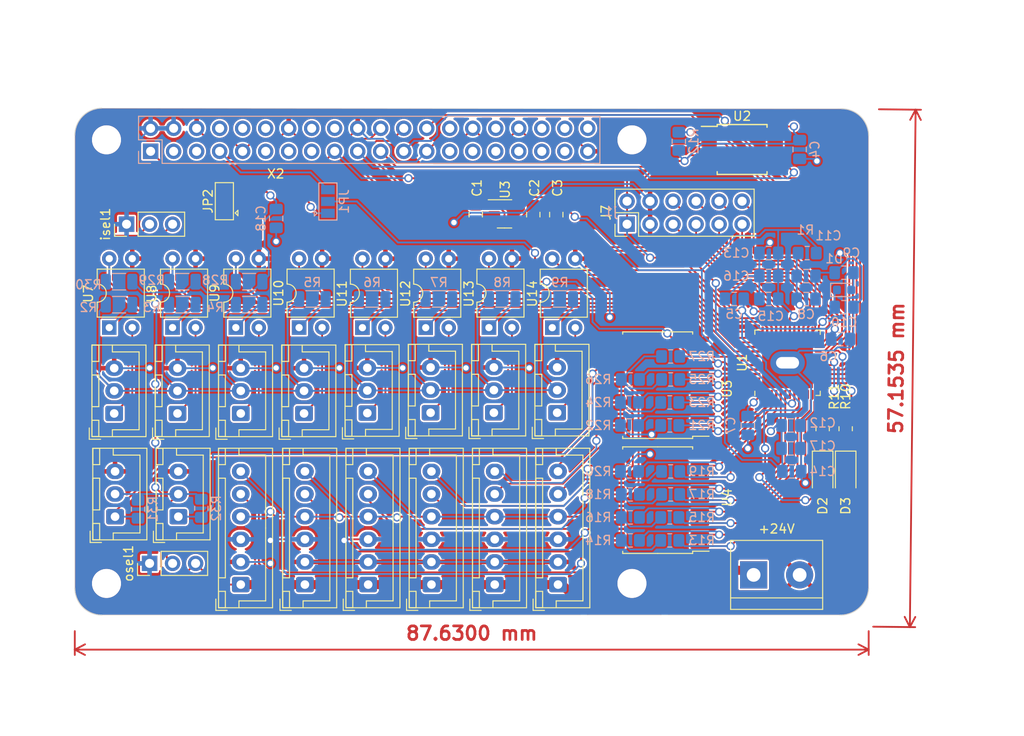
<source format=kicad_pcb>
(kicad_pcb (version 20241229) (generator "pcbnew") (generator_version "9.0")
  (title_block (date "15 nov 2012"))
  (layers (0 "F.Cu" signal) (2 "B.Cu" signal) (13 "F.Paste" user) (15 "B.Paste" user) (5 "F.SilkS" user "F.Silkscreen") (7 "B.SilkS" user "B.Silkscreen") (1 "F.Mask" user) (3 "B.Mask" user) (25 "Edge.Cuts" user))
  (net 0 "")
  (net 1 "/GPIO2{slash}SDA1")
  (net 2 "/GPIO3{slash}SCL1")
  (net 3 "/GPIO14{slash}TXD0")
  (net 4 "/GPIO15{slash}RXD0")
  (net 5 "/GPIO17")
  (net 6 "/GPIO18{slash}PCM.CLK")
  (net 7 "/GPIO27")
  (net 8 "/GPIO22")
  (net 9 "/GPIO23")
  (net 10 "/GPIO24")
  (net 11 "2v5")
  (net 12 "3v3")
  (net 13 "CRESET")
  (net 14 "/ID_SDA")
  (net 15 "/ID_SCL")
  (net 16 "/GPIO5")
  (net 17 "/GPIO6")
  (net 18 "/GPIO12{slash}PWM0")
  (net 19 "/GPIO13{slash}PWM1")
  (net 20 "/GPIO19{slash}PCM.FS")
  (net 21 "/GPIO16")
  (net 22 "/GPIO26")
  (net 23 "/GPIO20{slash}PCM.DIN")
  (net 24 "/GPIO21{slash}PCM.DOUT")
  (net 25 "SPI_CS1")
  (net 26 "1v2")
  (net 27 "Net-(U1D-VCCPLL)")
  (net 29 "SPI_MOSI")
  (net 30 "SPI_SCK")
  (net 31 "SPI_MISO")
  (net 32 "gnd")
  (net 33 "Net-(U3-BYP)")
  (net 35 "Net-(input1-Pin_1)")
  (net 36 "Net-(input2-Pin_1)")
  (net 37 "in_power")
  (net 38 "Net-(input3-Pin_1)")
  (net 39 "out_power")
  (net 40 "Net-(input4-Pin_1)")
  (net 41 "Net-(input5-Pin_1)")
  (net 42 "Net-(input6-Pin_1)")
  (net 43 "Net-(input7-Pin_1)")
  (net 44 "Net-(input8-Pin_1)")
  (net 45 "Net-(R2-Pad1)")
  (net 46 "Net-(R3-Pad1)")
  (net 47 "Net-(R4-Pad1)")
  (net 48 "Net-(R5-Pad1)")
  (net 49 "Net-(R6-Pad1)")
  (net 50 "Net-(R7-Pad1)")
  (net 51 "Net-(R8-Pad1)")
  (net 52 "Net-(R9-Pad1)")
  (net 53 "j1_dir")
  (net 54 "j1_step")
  (net 55 "enable")
  (net 56 "5v")
  (net 57 "12v")
  (net 58 "j2_step")
  (net 59 "j2_dir")
  (net 60 "j3_dir")
  (net 61 "j3_step")
  (net 62 "j4_step")
  (net 63 "j4_dir")
  (net 66 "j6_dir")
  (net 67 "j6_step")
  (net 68 "j5_dir")
  (net 69 "j5_step")
  (net 70 "out2")
  (net 71 "out1")
  (net 72 "2")
  (net 73 "3")
  (net 74 "4")
  (net 75 "6")
  (net 76 "9")
  (net 77 "10")
  (net 78 "11")
  (net 79 "12")
  (net 80 "13")
  (net 81 "18")
  (net 82 "19")
  (net 83 "20")
  (net 84 "21")
  (net 85 "23")
  (net 86 "25")
  (net 87 "26")
  (net 88 "27")
  (net 89 "28")
  (net 90 "31")
  (net 91 "32")
  (net 92 "34")
  (net 93 "35")
  (net 94 "36")
  (net 95 "37")
  (net 96 "38")
  (net 97 "39")
  (net 98 "40")
  (net 99 "41")
  (net 100 "42")
  (net 101 "43")
  (net 102 "44")
  (net 103 "45")
  (net 104 "46")
  (net 105 "47")
  (net 106 "48")
  (net 107 "Net-(D2-K)")
  (net 108 "Net-(D3-K)")
  (net 110 "RPI_CLK")
  (net 111 "Net-(JP2-C)")
  (net 112 "Net-(JP1-A)")
  (footprint "Connector_JST:JST_XH_B3B-XH-A_1x03_P2.50mm_Vertical" (layer "F.Cu") (at 104.445 89.125 90)
    (property "Reference" "output1" (hide yes))
    (property "Value" "Conn_01x03" (hide yes))
  )
  (footprint "LED_SMD:LED_1206_3216Metric_Pad1.42x1.75mm_HandSolder" (layer "F.Cu") (at 182.55 84.3425 -90)
    (property "Reference" "D2")
    (property "Value" "LED")
  )
  (footprint "Connector_PinHeader_2.54mm:PinHeader_1x03_P2.54mm_Vertical" (layer "F.Cu") (at 108.255 94.285 90)
    (property "Reference" "osel1")
    (property "Value" "Conn_01x03")
  )
  (footprint "Package_DIP:DIP-4_W7.62mm" (layer "F.Cu") (at 131.75 68.25 90)
    (property "Reference" "U11" (hide yes))
    (property "Value" "PC817")
  )
  (footprint "Connector_JST:JST_XH_B6B-XH-A_1x06_P2.50mm_Vertical" (layer "F.Cu") (at 146.355 96.625 90)
    (property "Reference" "J5" (hide yes))
    (property "Value" "Conn_01x06" (hide yes))
  )
  (footprint "Connector_JST:JST_XH_B3B-XH-A_1x03_P2.50mm_Vertical" (layer "F.Cu") (at 146.26 77.645 90)
    (property "Reference" "input7" (hide yes))
    (property "Value" "Conn_01x03" (hide yes))
  )
  (footprint "MountingHole:MountingHole_3.2mm_M3" (layer "F.Cu") (at 103.5 96.5)
    (property "Reference" "REF**" (hide yes))
    (property "Value" "MountingHole_3.2mm_M3")
  )
  (footprint "Package_DFN_QFN:QFN-48-1EP_7x7mm_P0.5mm_EP5.6x5.6mm" (layer "F.Cu") (at 178.675 72.125 90)
    (property "Reference" "U1")
    (property "Value" "ICE40UP5K-SG48ITR" (hide yes))
  )
  (footprint "Package_DIP:DIP-4_W7.62mm" (layer "F.Cu") (at 103.805 68.24 90)
    (property "Reference" "U7" (hide yes))
    (property "Value" "PC817")
  )
  (footprint "Package_SO:SOIC-8W_5.3x5.3mm_P1.27mm" (layer "F.Cu") (at 173.66 48.565)
    (property "Reference" "U2")
    (property "Value" "AT25SF041B-SHD 4 Mb")
  )
  (footprint "Connector_JST:JST_XH_B3B-XH-A_1x03_P2.50mm_Vertical" (layer "F.Cu") (at 111.335 77.725 90)
    (property "Reference" "input2" (hide yes))
    (property "Value" "Conn_01x03" (hide yes))
  )
  (footprint "MountingHole:MountingHole_3.2mm_M3" (layer "F.Cu") (at 161.5 47.5)
    (property "Reference" "REF**" (hide yes))
    (property "Value" "MountingHole_3.2mm_M3")
  )
  (footprint "Package_DIP:DIP-4_W7.62mm" (layer "F.Cu") (at 138.735 68.25 90)
    (property "Reference" "U12" (hide yes))
    (property "Value" "PC817")
  )
  (footprint "Capacitor_SMD:C_0805_2012Metric_Pad1.18x1.45mm_HandSolder" (layer "F.Cu") (at 150.60875 55.76125 -90)
    (property "Reference" "C2")
    (property "Value" "10n")
  )
  (footprint "Connector_JST:JST_XH_B3B-XH-A_1x03_P2.50mm_Vertical" (layer "F.Cu") (at 118.32 77.725 90)
    (property "Reference" "input3" (hide yes))
    (property "Value" "Conn_01x03" (hide yes))
  )
  (footprint "Resistor_SMD:R_0805_2012Metric_Pad1.20x1.40mm_HandSolder" (layer "F.Cu") (at 185.09 79.41 -90)
    (property "Reference" "R10")
    (property "Value" "900")
  )
  (footprint "Oscillator:Oscillator_SMD_EuroQuartz_XO91-4Pin_7.0x5.0mm" (layer "F.Cu") (at 122.185 55.355)
    (property "Reference" "X2")
    (property "Value" "XO91")
  )
  (footprint "Package_TO_SOT_SMD:SOT-23-5" (layer "F.Cu") (at 147.43375 55.67875)
    (property "Reference" "U3")
    (property "Value" "LD3985M122R_SOT23" (hide yes))
  )
  (footprint "Connector_JST:JST_XH_B6B-XH-A_1x06_P2.50mm_Vertical" (layer "F.Cu") (at 139.37 96.625 90)
    (property "Reference" "J4" (hide yes))
    (property "Value" "Conn_01x06" (hide yes))
  )
  (footprint "Capacitor_SMD:C_0805_2012Metric_Pad1.18x1.45mm_HandSolder" (layer "F.Cu") (at 153.14875 55.76125 -90)
    (property "Reference" "C3")
    (property "Value" "4u7")
  )
  (footprint "Connector_PinHeader_2.54mm:PinHeader_1x03_P2.54mm_Vertical" (layer "F.Cu") (at 105.715 56.82 90)
    (property "Reference" "isel1")
    (property "Value" "Conn_01x03")
  )
  (footprint "Package_SO:SOIC-18W_7.5x11.6mm_P1.27mm" (layer "F.Cu") (at 164.34 74.6 180)
    (property "Reference" "U5" (hide yes))
    (property "Value" "ULN2803A" (hide yes))
  )
  (footprint "Package_DIP:DIP-4_W7.62mm" (layer "F.Cu") (at 145.715 68.24 90)
    (property "Reference" "U13" (hide yes))
    (property "Value" "PC817")
  )
  (footprint "Connector_JST:JST_XH_B6B-XH-A_1x06_P2.50mm_Vertical" (layer "F.Cu") (at 118.32 96.625 90)
    (property "Reference" "Jo1" (hide yes))
    (property "Value" "Conn_01x06" (hide yes))
  )
  (footprint "Connector_JST:JST_XH_B6B-XH-A_1x06_P2.50mm_Vertical" (layer "F.Cu") (at 125.4 96.625 90)
    (property "Reference" "J2" (hide yes))
    (property "Value" "Conn_01x06" (hide yes))
  )
  (footprint "Package_SO:SOIC-18W_7.5x11.6mm_P1.27mm" (layer "F.Cu") (at 164.34 87.3 180)
    (property "Reference" "U4" (hide yes))
    (property "Value" "ULN2803A" (hide yes))
  )
  (footprint "MountingHole:MountingHole_3.2mm_M3" (layer "F.Cu") (at 161.5 96.5)
    (property "Reference" "REF**" (hide yes))
    (property "Value" "MountingHole_3.2mm_M3")
  )
  (footprint "LED_SMD:LED_1206_3216Metric_Pad1.42x1.75mm_HandSolder" (layer "F.Cu") (at 185.09 84.3425 -90)
    (property "Reference" "D3")
    (property "Value" "LED")
  )
  (footprint "Capacitor_SMD:C_0805_2012Metric_Pad1.18x1.45mm_HandSolder" (layer "F.Cu") (at 144.25875 55.76125 -90)
    (property "Reference" "C1")
    (property "Value" "4u7")
  )
  (footprint "Package_DIP:DIP-4_W7.62mm" (layer "F.Cu") (at 124.76 68.24 90)
    (property "Reference" "U10" (hide yes))
    (property "Value" "PC817")
  )
  (footprint "Connector_JST:JST_XH_B6B-XH-A_1x06_P2.50mm_Vertical" (layer "F.Cu") (at 132.385 96.625 90)
    (property "Reference" "J3" (hide yes))
    (property "Value" "Conn_01x06" (hide yes))
  )
  (footprint "Resistor_SMD:R_0805_2012Metric_Pad1.20x1.40mm_HandSolder" (layer "F.Cu") (at 182.55 79.41 -90)
    (property "Reference" "R11")
    (property "Value" "900")
  )
  (footprint "Jumper:SolderJumper-3_P1.3mm_Open_Pad1.0x1.5mm" (layer "F.Cu") (at 116.51 54.28 90)
    (property "Reference" "JP2")
    (property "Value" "SolderJumper_3_Open" (hide yes))
  )
  (footprint "MountingHole:MountingHole_3.2mm_M3" (layer "F.Cu") (at 103.5 47.5)
    (property "Reference" "REF**" (hide yes))
    (property "Value" "MountingHole_3.2mm_M3")
  )
  (footprint "TerminalBlock:TerminalBlock_bornier-2_P5.08mm" (layer "F.Cu") (at 174.93 95.555)
    (property "Reference" "+24V")
    (property "Value" "Screw_Terminal_01x02" (hide yes))
  )
  (footprint "Connector_JST:JST_XH_B3B-XH-A_1x03_P2.50mm_Vertical" (layer "F.Cu") (at 104.35 77.725 90)
    (property "Reference" "input1" (hide yes))
    (property "Value" "Conn_01x03" (hide yes))
  )
  (footprint "Package_DIP:DIP-4_W7.62mm" (layer "F.Cu") (at 152.705 68.25 90)
    (property "Reference" "U14" (hide yes))
    (property "Value" "PC817")
  )
  (footprint "Connector_JST:JST_XH_B3B-XH-A_1x03_P2.50mm_Vertical" (layer "F.Cu") (at 153.245 77.645 90)
    (property "Reference" "input8" (hide yes))
    (property "Value" "Conn_01x03" (hide yes))
  )
  (footprint "Connector_JST:JST_XH_B3B-XH-A_1x03_P2.50mm_Vertical" (layer "F.Cu") (at 125.305 77.725 90)
    (property "Reference" "input4" (hide yes))
    (property "Value" "Conn_01x03" (hide yes))
  )
  (footprint "Connector_JST:JST_XH_B6B-XH-A_1x06_P2.50mm_Vertical" (layer "F.Cu") (at 153.34 96.625 90)
    (property "Reference" "J6" (hide yes))
    (property "Value" "Conn_01x06" (hide yes))
  )
  (footprint "Connector_PinHeader_2.54mm:PinHeader_2x06_P2.54mm_Vertical" (layer "F.Cu") (at 160.96 56.82 90)
    (property "Reference" "J7")
    (property "Value" "Conn_02x06_Odd_Even")
  )
  (footprint "Package_DIP:DIP-4_W7.62mm" (layer "F.Cu") (at 110.79 68.24 90)
    (property "Reference" "U8" (hide yes))
    (property "Value" "PC817")
  )
  (footprint "Connector_JST:JST_XH_B3B-XH-A_1x03_P2.50mm_Vertical" (layer "F.Cu") (at 132.29 77.685 90)
    (property "Reference" "input5" (hide yes))
    (property "Value" "Conn_01x03" (hide yes))
  )
  (footprint "Connector_JST:JST_XH_B3B-XH-A_1x03_P2.50mm_Vertical" (layer "F.Cu") (at 111.43 89.125 90)
    (property "Reference" "output2" (hide yes))
    (property "Value" "Conn_01x03" (hide yes))
  )
  (footprint "Package_DIP:DIP-4_W7.62mm" (layer "F.Cu") (at 117.775 68.24 90)
    (property "Reference" "U9" (hide yes))
    (property "Value" "PC817")
  )
  (footprint "Connector_JST:JST_XH_B3B-XH-A_1x03_P2.50mm_Vertical" (layer "F.Cu") (at 139.275 77.645 90)
    (property "Reference" "input6" (hide yes))
    (property "Value" "Conn_01x03" (hide yes))
  )
  (footprint "Connector_PinSocket_2.54mm:PinSocket_2x20_P2.54mm_Vertical" (layer "B.Cu") (at 108.37 48.77 -90)
    (property "Reference" "j1")
    (property "Value" "GPIO")
  )
  (footprint "Resistor_SMD:R_0805_2012Metric_Pad1.20x1.40mm_HandSolder" (layer "B.Cu") (at 165.77 73.965)
    (property "Reference" "R25")
    (property "Value" "20k")
  )
  (footprint "Capacitor_SMD:C_0805_2012Metric_Pad1.18x1.45mm_HandSolder" (layer "B.Cu") (at 176.6025 65.075 180)
    (property "Reference" "C15")
    (property "Value" "1u")
  )
  (footprint "Resistor_SMD:R_0805_2012Metric_Pad1.20x1.40mm_HandSolder" (layer "B.Cu") (at 180.8425 60.01 180)
    (property "Reference" "R1")
    (property "Value" "100")
  )
  (footprint "Resistor_SMD:R_1206_3216Metric" (layer "B.Cu") (at 104.8875 65.71 180)
    (property "Reference" "R2" (hide yes))
    (property "Value" "3K3")
  )
  (footprint "Resistor_SMD:R_1206_3216Metric" (layer "B.Cu") (at 119.2425 65.71 180)
    (property "Reference" "R4" (hide yes))
    (property "Value" "3K3")
  )
  (footprint "Capacitor_SMD:C_0805_2012Metric_Pad1.18x1.45mm_HandSolder" (layer "B.Cu") (at 172.7925 65.075)
    (property "Reference" "C5")
    (property "Value" "100n")
  )
  (footprint "Resistor_SMD:R_1206_3216Metric" (layer "B.Cu") (at 111.8725 63.17 180)
    (property "Reference" "R29" (hide yes))
    (property "Value" "20K")
  )
  (footprint "Diode_SMD:D_0603_1608Metric" (layer "B.Cu") (at 184.915 64.08)
    (property "Reference" "D1")
    (property "Value" "1N 4148WT7 DII" (hide yes))
  )
  (footprint "Jumper:SolderJumper-3_P1.3mm_Open_Pad1.0x1.5mm" (layer "B.Cu") (at 127.94 54.31 90)
    (property "Reference" "JP1")
    (property "Value" "SolderJumper_3_Open" (hide yes))
  )
  (footprint "Resistor_SMD:R_0805_2012Metric_Pad1.20x1.40mm_HandSolder" (layer "B.Cu") (at 165.77 84.125)
    (property "Reference" "R19")
    (property "Value" "20k")
  )
  (footprint "Resistor_SMD:R_1206_3216Metric" (layer "B.Cu") (at 132.8275 65.075 180)
    (property "Reference" "R6")
    (property "Value" "3K3")
  )
  (footprint "Resistor_SMD:R_1206_3216Metric" (layer "B.Cu") (at 111.8725 65.71 180)
    (property "Reference" "R3" (hide yes))
    (property "Value" "3K3")
  )
  (footprint "Resistor_SMD:R_1206_3216Metric" (layer "B.Cu") (at 104.8875 63.17 180)
    (property "Reference" "R30" (hide yes))
    (property "Value" "20K")
  )
  (footprint "Capacitor_SMD:C_0805_2012Metric_Pad1.18x1.45mm_HandSolder" (layer "B.Cu") (at 180.72 62.55)
    (property "Reference" "C11")
    (property "Value" "10u")
  )
  (footprint "Capacitor_SMD:C_0805_2012Metric_Pad1.18x1.45mm_HandSolder" (layer "B.Cu") (at 184.53 69.52 180)
    (property "Reference" "C6")
    (property "Value" "100n")
  )
  (footprint "Resistor_SMD:R_0805_2012Metric_Pad1.20x1.40mm_HandSolder" (layer "B.Cu") (at 161.325 89.205)
    (property "Reference" "R16")
    (property "Value" "20k")
  )
  (footprint "Capacitor_SMD:C_0805_2012Metric_Pad1.18x1.45mm_HandSolder" (layer "B.Cu") (at 179.0475 81.585)
    (property "Reference" "C17")
    (property "Value" "10n")
  )
  (footprint "Capacitor_SMD:C_0805_2012Metric_Pad1.18x1.45mm_HandSolder" (layer "B.Cu") (at 122.225 56.185 -90)
    (property "Reference" "C18")
    (property "Value" "100n")
  )
  (footprint "Capacitor_SMD:C_0805_2012Metric_Pad1.18x1.45mm_HandSolder" (layer "B.Cu") (at 176.6025 62.535 180)
    (property "Reference" "C16")
    (property "Value" "100n")
  )
  (footprint "Capacitor_SMD:C_0805_2012Metric_Pad1.18x1.45mm_HandSolder" (layer "B.Cu") (at 180.72 65.09)
    (property "Reference" "C8")
    (property "Value" "100n")
  )
  (footprint "Resistor_SMD:R_0805_2012Metric_Pad1.20x1.40mm_HandSolder" (layer "B.Cu") (at 161.23 79.045)
    (property "Reference" "R22")
    (property "Value" "20k")
  )
  (footprint "Resistor_SMD:R_0805_2012Metric_Pad1.20x1.40mm_HandSolder" (layer "B.Cu") (at 161.23 76.505)
    (property "Reference" "R24")
    (property "Value" "20k")
  )
  (footprint "Resistor_SMD:R_1206_3216Metric" (layer "B.Cu") (at 126.2275 65.075 180)
    (property "Reference" "R5")
    (property "Value" "3K3")
  )
  (footprint "Capacitor_SMD:C_0805_2012Metric_Pad1.18x1.45mm_HandSolder" (layer "B.Cu") (at 184.915 62.175 180)
    (property "Reference" "C9")
    (property "Value" "100n")
  )
  (footprint "Resistor_SMD:R_0805_2012Metric_Pad1.20x1.40mm_HandSolder" (layer "B.Cu") (at 165.675 89.205)
    (property "Reference" "R15")
    (property "Value" "20k")
  )
  (footprint "Resistor_SMD:R_0805_2012Metric_Pad1.20x1.40mm_HandSolder" (layer "B.Cu") (at 165.77 71.425)
    (property "Reference" "R27")
    (property "Value" "20k")
  )
  (footprint "Resistor_SMD:R_0805_2012Metric_Pad1.20x1.40mm_HandSolder" (layer "B.Cu") (at 166.675 47.66 90)
    (property "Reference" "R12")
    (property "Value" "10k")
  )
  (footprint "Resistor_SMD:R_0805_2012Metric_Pad1.20x1.40mm_HandSolder" (layer "B.Cu") (at 165.675 76.505)
    (property "Reference" "R23")
    (property "Value" "20k")
  )
  (footprint "Resistor_SMD:R_0805_2012Metric_Pad1.20x1.40mm_HandSolder" (layer "B.Cu") (at 106.985 88.3 90)
    (property "Reference" "R31")
    (property "Value" "3k3")
  )
  (footprint "Resistor_SMD:R_0805_2012Metric_Pad1.20x1.40mm_HandSolder" (layer "B.Cu") (at 165.77 86.665)
    (property "Reference" "R17")
    (property "Value" "20k")
  )
  (footprint "Capacitor_SMD:C_0805_2012Metric_Pad1.18x1.45mm_HandSolder" (layer "B.Cu") (at 180.01 48.565 90)
    (property "Reference" "C4")
    (property "Value" "100n")
  )
  (footprint "Resistor_SMD:R_0805_2012Metric_Pad1.20x1.40mm_HandSolder" (layer "B.Cu") (at 113.97 88.205 90)
    (property "Reference" "R32")
    (property "Value" "3k3")
  )
  (footprint "Resistor_SMD:R_0805_2012Metric_Pad1.20x1.40mm_HandSolder" (layer "B.Cu") (at 165.675 79.045)
    (property "Reference" "R21")
    (property "Value" "20k")
  )
  (footprint "Capacitor_SMD:C_0805_2012Metric_Pad1.18x1.45mm_HandSolder" (layer "B.Cu") (at 174.295 79.045 90)
    (property "Reference" "C7")
    (property "Value" "100n")
  )
  (footprint "Resistor_SMD:R_1206_3216Metric" (layer "B.Cu") (at 153.5325 65.075 180)
    (property "Reference" "R9")
    (property "Value" "3K3")
  )
  (footprint "Resistor_SMD:R_0805_2012Metric_Pad1.20x1.40mm_HandSolder" (layer "B.Cu") (at 165.675 91.745)
    (property "Reference" "R13")
    (property "Value" "20k")
  )
  (footprint "Resistor_SMD:R_1206_3216Metric" (layer "B.Cu") (at 147.1825 65.075 180)
    (property "Reference" "R8")
    (property "Value" "3K3")
  )
  (footprint "Resistor_SMD:R_0805_2012Metric_Pad1.20x1.40mm_HandSolder" (layer "B.Cu") (at 161.23 84.125)
    (property "Reference" "R20")
    (property "Value" "20k")
  )
  (footprint "Capacitor_SMD:C_0805_2012Metric_Pad1.18x1.45mm_HandSolder" (layer "B.Cu") (at 179.1425 84.125)
    (property "Reference" "C14")
    (property "Value" "100n")
  )
  (footprint "Resistor_SMD:R_0805_2012Metric_Pad1.20x1.40mm_HandSolder" (layer "B.Cu") (at 161.325 73.965)
    (property "Reference" "R26")
    (property "Value" "20k")
  )
  (footprint "Resistor_SMD:R_1206_3216Metric" (layer "B.Cu") (at 140.1975 65.075 180)
    (property "Reference" "R7")
    (property "Value" "3K3")
  )
  (footprint "Resistor_SMD:R_0805_2012Metric_Pad1.20x1.40mm_HandSolder" (layer "B.Cu") (at 161.325 91.745)
    (property "Reference" "R14")
    (property "Value" "20k")
  )
  (footprint "Resistor_SMD:R_1206_3216Metric" (layer "B.Cu") (at 119.2425 63.17 180)
    (property "Reference" "R28" (hide yes))
    (property "Value" "20K")
  )
  (footprint "Capacitor_SMD:C_0805_2012Metric_Pad1.18x1.45mm_HandSolder" (layer "B.Cu") (at 176.6025 60.01 180)
    (property "Reference" "C13")
    (property "Value" "10n")
  )
  (footprint "Resistor_SMD:R_0805_2012Metric_Pad1.20x1.40mm_HandSolder" (layer "B.Cu") (at 161.325 86.665)
    (property "Reference" "R18")
    (property "Value" "20k")
  )
  (footprint "Capacitor_SMD:C_0805_2012Metric_Pad1.18x1.45mm_HandSolder" (layer "B.Cu") (at 179.0475 79.045)
    (property "Reference" "C12")
    (property "Value" "1u")
  )
  (footprint "Capacitor_SMD:C_0805_2012Metric_Pad1.18x1.45mm_HandSolder" (layer "B.Cu") (at 184.915 65.985)
    (property "Reference" "C10")
    (property "Value" "100n")
  )
  (gr_arc (start 184.63 44.06) (mid 186.75132 44.93868) (end 187.63 47.06) (stroke (width 0.1)) (layer "Edge.Cuts"))
  (gr_line (start 100 47) (end 100 97) (stroke (width 0.05)) (layer "Edge.Cuts"))
  (gr_line (start 187.63 47.06) (end 187.63 97.056497) (stroke (width 0.05)) (layer "Edge.Cuts"))
  (gr_arc (start 103 100) (mid 100.87868 99.12132) (end 100 97) (stroke (width 0.1)) (layer "Edge.Cuts"))
  (gr_line (start 103 44) (end 184.63 44.06) (stroke (width 0.05)) (layer "Edge.Cuts"))
  (gr_arc (start 187.63 97.056497) (mid 186.628252 99.160068) (end 184.455 100) (stroke (width 0.1)) (layer "Edge.Cuts"))
  (gr_arc (start 100 47) (mid 100.87868 44.87868) (end 103 44) (stroke (width 0.1)) (layer "Edge.Cuts"))
  (gr_line (start 184.455 100) (end 103 100) (stroke (width 0.05)) (layer "Edge.Cuts"))
  (gr_text "U3" (at 172 75 90) (layer "F.SilkS") (effects (font (size 1 1))))
  (gr_text "U4" (at 172 87 90) (layer "F.SilkS") (effects (font (size 1 1))))
  (gr_text "U9" (at 115.445 64.43 90) (layer "F.SilkS") (effects (font (size 1 1))))
  (gr_text "U10" (at 122.5 64.43 90) (layer "F.SilkS") (effects (font (size 1 1))))
  (gr_text "U7" (at 101.5 64.5 90) (layer "F.SilkS") (effects (font (size 1 1))))
  (gr_text "U12" (at 136.5 64.5 90) (layer "F.SilkS") (effects (font (size 1 1))))
  (gr_text "U8" (at 108.5 64.5 90) (layer "F.SilkS") (effects (font (size 1 1))))
  (gr_text "U13" (at 143.5 64.5 90) (layer "F.SilkS") (effects (font (size 1 1))))
  (gr_text "U11" (at 129.5 64.5 90) (layer "F.SilkS") (effects (font (size 1 1))))
  (gr_text "U14" (at 150.5 64.5 90) (layer "F.SilkS") (effects (font (size 1 1))))
  (gr_text "R3" (at 108.5 66 0) (layer "B.SilkS") (effects (font (size 1 1)) (justify mirror)))
  (gr_text "R2" (at 101.5 66 0) (layer "B.SilkS") (effects (font (size 1 1)) (justify mirror)))
  (gr_text "R29" (at 108.5 63 0) (layer "B.SilkS") (effects (font (size 1 1)) (justify mirror)))
  (gr_text "R30" (at 101.5 63.5 0) (layer "B.SilkS") (effects (font (size 1 1)) (justify mirror)))
  (gr_text "R28" (at 115.5 63 0) (layer "B.SilkS") (effects (font (size 1 1)) (justify mirror)))
  (gr_text "R4" (at 115.5 66 0) (layer "B.SilkS") (effects (font (size 1 1)) (justify mirror)))
  (dimension (type aligned) (layer "F.Cu") (pts (xy 100 101.27) (xy 187.63 101.27)) (height 2.54) (format (prefix "") (suffix "") (units 3) (units_format 1) (precision 4)) (style (thickness 0.2) (arrow_length 1.27) (text_position_mode 0) (arrow_direction outward) (extension_height 0.58642) (extension_offset 0.5) (keep_text_aligned yes)) (gr_text "87.6300 mm" (at 143.815 102.01 0) (layer "F.Cu") (effects (font (size 1.5 1.5) (thickness 0.3)))))
  (dimension (type aligned) (layer "F.Cu") (pts (xy 187.63 101.27) (xy 188.265 44.12)) (height 4.547524) (format (prefix "") (suffix "") (units 3) (units_format 1) (precision 4)) (style (thickness 0.2) (arrow_length 1.27) (text_position_mode 0) (arrow_direction outward) (extension_height 0.58642) (extension_offset 0.5) (keep_text_aligned yes)) (gr_text "57.1535 mm" (at 190.694854 72.725526 89.36340642) (layer "F.Cu") (effects (font (size 1.5 1.5) (thickness 0.3)))))
  (segment (start 182.125 68.04) (end 182.125 69.3625) (width 0.2) (layer "F.Cu") (net 11))
  (segment (start 182.125 69.3625) (end 182.1125 69.375) (width 0.2) (layer "F.Cu") (net 11))
  (segment (start 182.55 67.615) (end 182.125 68.04) (width 0.2) (layer "F.Cu") (net 11))
  (via (at 182.55 67.615) (size 0.9) (drill 0.6) (layers "F.Cu" "B.Cu") (net 11))
  (segment (start 183.8775 66.2875) (end 183.8775 65.985) (width 0.2) (layer "B.Cu") (net 11))
  (segment (start 182.55 67.615) (end 183.8775 66.2875) (width 0.2) (layer "B.Cu") (net 11))
  (segment (start 183.8775 64.33) (end 184.1275 64.08) (width 0.2) (layer "B.Cu") (net 11))
  (segment (start 183.8775 65.985) (end 183.8775 64.33) (width 0.2) (layer "B.Cu") (net 11))
  (segment (start 175.8725 75.5625) (end 174.93 76.505) (width 0.2) (layer "F.Cu") (net 12))
  (segment (start 167.31 49.835) (end 164.77 49.835) (width 0.2) (layer "F.Cu") (net 12))
  (segment (start 147.43375 55.840146) (end 147.43375 55.517354) (width 0.2) (layer "F.Cu") (net 12))
  (segment (start 121.59 53.645) (end 121.2 53.255) (width 0.2) (layer "F.Cu") (net 12))
  (segment (start 181.08 87.3) (end 182.55 85.83) (width 0.2) (layer "F.Cu") (net 12))
  (segment (start 121.2 53.255) (end 119.685 53.255) (width 0.2) (layer "F.Cu") (net 12))
  (segment (start 183.88982 69.113518) (end 182.628338 70.375) (width 0.2) (layer "F.Cu") (net 12))
  (segment (start 177.31 46.66) (end 177.31 47.93) (width 0.2) (layer "F.Cu") (net 12))
  (segment (start 146.645146 56.62875) (end 147.43375 55.840146) (width 0.2) (layer "F.Cu") (net 12))
  (segment (start 167.945 49.2) (end 169.915 49.2) (width 0.2) (layer "F.Cu") (net 12))
  (segment (start 116.785 53.255) (end 116.51 52.98) (width 0.2) (layer "F.Cu") (net 12))
  (segment (start 112.58 52.98) (end 109.52 49.92) (width 0.2) (layer "F.Cu") (net 12))
  (segment (start 146.29125 54.72375) (end 146.29625 54.72875) (width 0.2) (layer "F.Cu") (net 12))
  (segment (start 173.66 66.345) (end 172.713839 66.345) (width 0.2) (layer "F.Cu") (net 12))
  (segment (start 179.375 46.025) (end 177.945 46.025) (width 0.2) (layer "F.Cu") (net 12))
  (segment (start 175.768523 66.4495) (end 177.425 68.105977) (width 0.2) (layer "F.Cu") (net 12))
  (segment (start 109.52 49.92) (end 127.54 49.92) (width 0.2) (layer "F.Cu") (net 12))
  (segment (start 164.77 49.835) (end 162.865 51.74) (width 0.2) (layer "F.Cu") (net 12))
  (segment (start 119.685 53.255) (end 116.785 53.255) (width 0.2) (layer "F.Cu") (net 12))
  (segment (start 174.93 66.4495) (end 175.768523 66.4495) (width 0.2) (layer "F.Cu") (net 12))
  (segment (start 146.645146 54.72875) (end 146.29625 54.72875) (width 0.2) (layer "F.Cu") (net 12))
  (segment (start 162.865 51.74) (end 162.6 51.74) (width 0.2) (layer "F.Cu") (net 12))
  (segment (start 185.09 85.83) (end 182.55 85.83) (width 0.2) (layer "F.Cu") (net 12))
  (segment (start 160.96 51.74) (end 136.83 51.74) (width 0.2) (layer "F.Cu") (net 12))
  (segment (start 175.925 75.5625) (end 175.8725 75.5625) (width 0.2) (layer "F.Cu") (net 12))
  (segment (start 116.51 52.98) (end 112.58 52.98) (width 0.2) (layer "F.Cu") (net 12))
  (segment (start 108.37 48.77) (end 109.52 49.92) (width 0.2) (layer "F.Cu") (net 12))
  (segment (start 167.31 49.835) (end 167.945 49.2) (width 0.2) (layer "F.Cu") (net 12))
  (segment (start 177.945 46.025) (end 177.31 46.66) (width 0.2) (layer "F.Cu") (net 12))
  (segment (start 183.88982 68.388114) (end 183.88982 69.113518) (width 0.2) (layer "F.Cu") (net 12))
  (segment (start 166.884339 60.5155) (end 163.5 60.5155) (width 0.2) (layer "F.Cu") (net 12))
  (segment (start 141.275 51.74) (end 144.25875 54.72375) (width 0.2) (layer "F.Cu") (net 12))
  (segment (start 162.5475 51.74) (end 160.96 51.74) (width 0.2) (layer "F.Cu") (net 12))
  (segment (start 144.25875 54.72375) (end 146.29125 54.72375) (width 0.2) (layer "F.Cu") (net 12))
  (segment (start 160.96 54.28) (end 160.96 51.74) (width 0.2) (layer "F.Cu") (net 12))
  (segment (start 177.425 68.105977) (end 177.425 68.6875) (width 0.2) (layer "F.Cu") (net 12))
  (segment (start 127.54 49.92) (end 128.69 48.77) (width 0.2) (layer "F.Cu") (net 12))
  (segment (start 176.2 84.125) (end 176.2 81.585) (width 0.2) (layer "F.Cu") (net 12))
  (segment (start 180.645 87.3) (end 181.08 87.3) (width 0.2) (layer "F.Cu") (net 12))
  (segment (start 172.713839 66.345) (end 166.884339 60.5155) (width 0.2) (layer "F.Cu") (net 12))
  (segment (start 175.565 84.76) (end 176.2 84.125) (width 0.2) (layer "F.Cu") (net 12))
  (segment (start 146.29625 56.62875) (end 146.645146 56.62875) (width 0.2) (layer "F.Cu") (net 12))
  (segment (start 147.43375 55.517354) (end 146.645146 54.72875) (width 0.2) (layer "F.Cu") (net 12))
  (segment (start 136.83 51.74) (end 141.275 51.74) (width 0.2) (layer "F.Cu") (net 12))
  (segment (start 160.96 54.28) (end 160.96 56.82) (width 0.2) (layer "F.Cu") (net 12))
  (segment (start 182.628338 70.375) (end 182.1125 70.375) (width 0.2) (layer "F.Cu") (net 12))
  (via (at 167.31 49.835) (size 0.9) (drill 0.6) (layers "F.Cu" "B.Cu") (net 12))
  (via (at 179.375 46.025) (size 0.9) (drill 0.6) (layers "F.Cu" "B.Cu") (net 12))
  (via (at 174.93 66.4495) (size 0.9) (drill 0.6) (layers "F.Cu" "B.Cu") (net 12))
  (via (at 175.565 84.76) (size 0.9) (drill 0.6) (layers "F.Cu" "B.Cu") (net 12))
  (via (at 173.66 66.345) (size 0.9) (drill 0.6) (layers "F.Cu" "B.Cu") (net 12))
  (via (at 174.93 76.505) (size 0.9) (drill 0.6) (layers "F.Cu" "B.Cu") (net 12))
  (via (at 180.645 87.3) (size 0.9) (drill 0.6) (layers "F.Cu" "B.Cu") (net 12))
  (via (at 176.2 81.585) (size 0.9) (drill 0.6) (layers "F.Cu" "B.Cu") (net 12))
  (via (at 183.88982 68.388114) (size 0.9) (drill 0.6) (layers "F.Cu" "B.Cu") (net 12))
  (via (at 136.83 51.74) (size 0.9) (drill 0.6) (layers "F.Cu" "B.Cu") (net 12))
  (via (at 121.59 53.645) (size 0.9) (drill 0.6) (layers "F.Cu" "B.Cu") (net 12))
  (via (at 163.5 60.5155) (size 0.9) (drill 0.6) (layers "F.Cu" "B.Cu") (net 12))
  (segment (start 121.415 62.46) (end 120.705 63.17) (width 0.2) (layer "B.Cu") (net 12))
  (segment (start 136.83 51.74) (end 131.66 51.74) (width 0.2) (layer "B.Cu") (net 12))
  (segment (start 174.93 66.175) (end 173.83 65.075) (width 0.2) (layer "B.Cu") (net 12))
  (segment (start 176.2 77.374178) (end 175.965822 77.374178) (width 0.2) (layer "B.Cu") (net 12))
  (segment (start 112.16 64.345) (end 113.335 63.17) (width 0.2) (layer "B.Cu") (net 12))
  (segment (start 175.565 77.775) (end 174.5275 77.775) (width 0.2) (layer "B.Cu") (net 12))
  (segment (start 175.965822 77.374178) (end 175.565 77.775) (width 0.2) (layer "B.Cu") (net 12))
  (segment (start 174.93 66.4495) (end 174.93 66.175) (width 0.2) (layer "B.Cu") (net 12))
  (segment (start 120.955 59.36) (end 121.415 59.82) (width 0.2) (layer "B.Cu") (net 12))
  (segment (start 166.675 49.2) (end 167.31 49.835) (width 0.2) (layer "B.Cu") (net 12))
  (segment (start 180.01 77.14) (end 179.775822 77.374178) (width 0.2) (layer "B.Cu") (net 12))
  (segment (start 183.4925 68.785434) (end 183.4925 69.52) (width 0.2) (layer "B.Cu") (net 12))
  (segment (start 183.82 67.615) (end 183.07 68.365) (width 0.2) (layer "B.Cu") (net 12))
  (segment (start 185.9525 63.83) (end 185.7025 64.08) (width 0.2) (layer "B.Cu") (net 12))
  (segment (start 120.955 56.4175) (end 120.955 59.36) (width 0.2) (layer "B.Cu") (net 12))
  (segment (start 176.085 81.47) (end 176.085 77.489178) (width 0.2) (layer "B.Cu") (net 12))
  (segment (start 180.01 47.5275) (end 179.6075 47.93) (width 0.2) (layer "B.Cu") (net 12))
  (segment (start 173.66 69.418286) (end 176.301714 72.06) (width 0.2) (layer "B.Cu") (net 12))
  (segment (start 183.88982 68.388114) (end 183.4925 68.785434) (width 0.2) (layer "B.Cu") (net 12))
  (segment (start 179.375 46.66) (end 180.01 47.295) (width 0.2) (layer "B.Cu") (net 12))
  (segment (start 173.83 65.075) (end 173.83 66.175) (width 0.2) (layer "B.Cu") (net 12))
  (segment (start 185.065 67.615) (end 185.065 62.56) (width 0.2) (layer "B.Cu") (net 12))
  (segment (start 178.105 87.3) (end 175.565 84.76) (width 0.2) (layer "B.Cu") (net 12))
  (segment (start 183.07 68.365) (end 175.68 68.365) (width 0.2) (layer "B.Cu") (net 12))
  (segment (start 122.225 55.1475) (end 122.225 54.28) (width 0.2) (layer "B.Cu") (net 12))
  (segment (start 119.53 64.345) (end 120.705 63.17) (width 0.2) (layer "B.Cu") (net 12))
  (segment (start 179.775822 77.374178) (end 176.2 77.374178) (width 0.2) (layer "B.Cu") (net 12))
  (segment (start 180.01 76.51) (end 180.01 77.14) (width 0.2) (layer "B.Cu") (net 12))
  (segment (start 169.215 47.93) (end 167.31 49.835) (width 0.2) (layer "B.Cu") (net 12))
  (segment (start 173.83 66.175) (end 173.66 66.345) (width 0.2) (layer "B.Cu") (net 12))
  (segment (start 180.01 47.295) (end 180.01 47.5275) (width 0.2) (layer "B.Cu") (net 12))
  (segment (start 185.9525 62.175) (end 185.9525 63.83) (width 0.2) (layer "B.Cu") (net 12))
  (segment (start 185.065 62.56) (end 185.45 62.175) (width 0.2) (layer "B.Cu") (net 12))
  (segment (start 122.225 54.28) (end 121.59 53.645) (width 0.2) (layer "B.Cu") (net 12))
  (segment (start 174.295 77.14) (end 174.93 76.505) (width 0.2) (layer "B.Cu") (net 12))
  (segment (start 114.51 64.345) (end 119.53 64.345) (width 0.2) (layer "B.Cu") (net 12))
  (segment (start 175.68 68.365) (end 173.66 66.345) (width 0.2) (layer "B.Cu") (net 12))
  (segment (start 121.415 59.82) (end 121.415 62.46) (width 0.2) (layer "B.Cu") (net 12))
  (segment (start 179.6075 47.93) (end 169.215 47.93) (width 0.2) (layer "B.Cu") (net 12))
  (segment (start 174.295 78.0075) (end 174.295 77.14) (width 0.2) (layer "B.Cu") (net 12))
  (segment (start 166.675 48.66) (end 166.675 49.2) (width 0.2) (layer "B.Cu") (net 12))
  (segment (start 173.66 66.345) (end 173.66 69.418286) (width 0.2) (layer "B.Cu") (net 12))
  (segment (start 176.2 81.585) (end 176.085 81.47) (width 0.2) (layer "B.Cu") (net 12))
  (segment (start 122.225 55.1475) (end 120.955 56.4175) (width 0.2) (layer "B.Cu") (net 12))
  (segment (start 179.375 46.025) (end 179.375 46.66) (width 0.2) (layer "B.Cu") (net 12))
  (segment (start 160.96 57.9755) (end 160.96 56.82) (width 0.2) (layer "B.Cu") (net 12))
  (segment (start 180.645 87.3) (end 178.105 87.3) (width 0.2) (layer "B.Cu") (net 12))
  (segment (start 183.977183 69.52) (end 185.065 68.432183) (width 0.2) (layer "B.Cu") (net 12))
  (segment (start 174.5275 77.775) (end 174.295 78.0075) (width 0.2) (layer "B.Cu") (net 12))
  (segment (start 183.4925 69.52) (end 183.977183 69.52) (width 0.2) (layer "B.Cu") (net 12))
  (segment (start 131.66 51.74) (end 128.69 48.77) (width 0.2) (layer "B.Cu") (net 12))
  (segment (start 185.45 62.175) (end 185.9525 62.175) (width 0.2) (layer "B.Cu") (net 12))
  (segment (start 107.525 64.345) (end 112.16 64.345) (width 0.2) (layer "B.Cu") (net 12))
  (segment (start 113.335 63.17) (end 114.51 64.345) (width 0.2) (layer "B.Cu") (net 12))
  (segment (start 183.82 67.615) (end 185.065 67.615) (width 0.2) (layer "B.Cu") (net 12))
  (segment (start 176.301714 72.801714) (end 180.01 76.51) (width 0.2) (layer "B.Cu") (net 12))
  (segment (start 106.35 63.17) (end 107.525 64.345) (width 0.2) (layer "B.Cu") (net 12))
  (segment (start 176.301714 72.06) (end 176.301714 72.801714) (width 0.2) (layer "B.Cu") (net 12))
  (segment (start 185.065 68.432183) (end 185.065 67.615) (width 0.2) (layer "B.Cu") (net 12))
  (segment (start 163.5 60.5155) (end 160.96 57.9755) (width 0.2) (layer "B.Cu") (net 12))
  (segment (start 176.085 77.489178) (end 176.2 77.374178) (width 0.2) (layer "B.Cu") (net 12))
  (segment (start 157.219314 58.09) (end 138.923654 58.09) (width 0.2) (layer "F.Cu") (net 13))
  (segment (start 158.889314 59.76) (end 157.219314 58.09) (width 0.2) (layer "F.Cu") (net 13))
  (segment (start 138.923654 58.09) (end 130.08 49.246346) (width 0.2) (layer "F.Cu") (net 13))
  (segment (start 167.1895 59.76) (end 158.889314 59.76) (width 0.2) (layer "F.Cu") (net 13))
  (segment (start 130.993654 47.38) (end 132.62 47.38) (width 0.2) (layer "F.Cu") (net 13))
  (segment (start 130.08 48.293654) (end 130.993654 47.38) (width 0.2) (layer "F.Cu") (net 13))
  (segment (start 130.08 49.246346) (end 130.08 48.293654) (width 0.2) (layer "F.Cu") (net 13))
  (segment (start 132.62 47.38) (end 133.77 46.23) (width 0.2) (layer "F.Cu") (net 13))
  (segment (start 170.754727 63.325227) (end 167.1895 59.76) (width 0.2) (layer "F.Cu") (net 13))
  (segment (start 179.1745 76.624678) (end 179.425 76.374178) (width 0.2) (layer "F.Cu") (net 13))
  (segment (start 179.425 76.374178) (end 179.425 75.5625) (width 0.2) (layer "F.Cu") (net 13))
  (via (at 179.1745 76.624678) (size 0.9) (drill 0.6) (layers "F.Cu" "B.Cu") (net 13))
  (via (at 170.754727 63.325227) (size 0.9) (drill 0.6) (layers "F.Cu" "B.Cu") (net 13))
  (segment (start 170.754727 68.719227) (end 170.754727 63.325227) (width 0.2) (layer "B.Cu") (net 13))
  (segment (start 178.660178 76.624678) (end 170.754727 68.719227) (width 0.2) (layer "B.Cu") (net 13))
  (segment (start 179.1745 76.624678) (end 178.660178 76.624678) (width 0.2) (layer "B.Cu") (net 13))
  (segment (start 140.325 44.755) (end 138.85 46.23) (width 0.2) (layer "F.Cu") (net 25))
  (segment (start 169.915 46.66) (end 168.01 44.755) (width 0.2) (layer "F.Cu") (net 25))
  (segment (start 177.034657 52.54) (end 171.154657 46.66) (width 0.2) (layer "F.Cu") (net 25))
  (segment (start 184.975686 73.375) (end 185.89 72.460685) (width 0.2) (layer "F.Cu") (net 25))
  (segment (start 185.89 72.460685) (end 185.89 55.080001) (width 0.2) (layer "F.Cu") (net 25))
  (segment (start 183.35 52.54) (end 177.034657 52.54) (width 0.2) (layer "F.Cu") (net 25))
  (segment (start 182.1125 73.375) (end 184.975686 73.375) (width 0.2) (layer "F.Cu") (net 25))
  (segment (start 185.89 55.080001) (end 183.35 52.54) (width 0.2) (layer "F.Cu") (net 25))
  (segment (start 168.01 44.755) (end 140.325 44.755) (width 0.2) (layer "F.Cu") (net 25))
  (segment (start 171.154657 46.66) (end 169.915 46.66) (width 0.2) (layer "F.Cu") (net 25))
  (segment (start 167.945 46.66) (end 169.915 46.66) (width 0.2) (layer "F.Cu") (net 25))
  (via (at 167.945 46.66) (size 0.9) (drill 0.6) (layers "F.Cu" "B.Cu") (net 25))
  (segment (start 166.675 46.66) (end 167.945 46.66) (width 0.2) (layer "B.Cu") (net 25))
  (segment (start 179.375 66.98) (end 179.145 66.98) (width 0.2) (layer "F.Cu") (net 26))
  (segment (start 176.835 79.68) (end 177.925 78.59) (width 0.2) (layer "F.Cu") (net 26))
  (segment (start 152.26125 53.83625) (end 153.14875 54.72375) (width 0.2) (layer "F.Cu") (net 26))
  (segment (start 153.91625 54.72375) (end 155.18625 55.99375) (width 0.2) (layer "F.Cu") (net 26))
  (segment (start 148.57125 54.72875) (end 149.46375 53.83625) (width 0.2) (layer "F.Cu") (net 26))
  (segment (start 149.46375 53.83625) (end 152.26125 53.83625) (width 0.2) (layer "F.Cu") (net 26))
  (segment (start 177.925 78.59) (end 177.925 75.5625) (width 0.2) (layer "F.Cu") (net 26))
  (segment (start 178.925 67.2) (end 178.925 68.6875) (width 0.2) (layer "F.Cu") (net 26))
  (segment (start 153.14875 54.72375) (end 153.91625 54.72375) (width 0.2) (layer "F.Cu") (net 26))
  (segment (start 179.145 66.98) (end 178.925 67.2) (width 0.2) (layer "F.Cu") (net 26))
  (via (at 155.18625 55.99375) (size 0.9) (drill 0.6) (layers "F.Cu" "B.Cu") (net 26))
  (via (at 179.375 66.98) (size 0.9) (drill 0.6) (layers "F.Cu" "B.Cu") (net 26))
  (via (at 176.835 79.68) (size 0.9) (drill 0.6) (layers "F.Cu" "B.Cu") (net 26))
  (segment (start 179.375 66.98) (end 179.375 66.81) (width 0.2) (layer "B.Cu") (net 26))
  (segment (start 169.215 68.950093) (end 171.755 71.490093) (width 0.2) (layer "B.Cu") (net 26))
  (segment (start 171.755 71.490093) (end 171.755 80.95) (width 0.2) (layer "B.Cu") (net 26))
  (segment (start 177.64 60.01) (end 177.64 57.455) (width 0.2) (layer "B.Cu") (net 26))
  (segment (start 179.375 66.81) (end 177.64 65.075) (width 0.2) (layer "B.Cu") (net 26))
  (segment (start 171.755 80.95) (end 173.66 82.855) (width 0.2) (layer "B.Cu") (net 26))
  (segment (start 173.025 58.09) (end 169.215 61.9) (width 0.2) (layer "B.Cu") (net 26))
  (segment (start 173.66 82.855) (end 176.835 82.855) (width 0.2) (layer "B.Cu") (net 26))
  (segment (start 177.64 57.455) (end 179.96625 57.455) (width 0.2) (layer "B.Cu") (net 26))
  (segment (start 177.64 60.01) (end 177.64 62.535) (width 0.2) (layer "B.Cu") (net 26))
  (segment (start 176.2 57.455) (end 175.565 58.09) (width 0.2) (layer "B.Cu") (net 26))
  (segment (start 177.64 57.455) (end 176.2 57.455) (width 0.2) (layer "B.Cu") (net 26))
  (segment (start 169.215 61.9) (end 162.23 61.9) (width 0.2) (layer "B.Cu") (net 26))
  (segment (start 178.105 81.32) (end 178.105 84.125) (width 0.2) (layer "B.Cu") (net 26))
  (segment (start 177.64 62.535) (end 177.64 65.075) (width 0.2) (layer "B.Cu") (net 26))
  (segment (start 179.96625 57.455) (end 181.8425 59.33125) (width 0.2) (layer "B.Cu") (net 26))
  (segment (start 175.565 58.09) (end 173.025 58.09) (width 0.2) (layer "B.Cu") (net 26))
  (segment (start 177.83 78.685) (end 178.01 78.685) (width 0.2) (layer "B.Cu") (net 26))
  (segment (start 162.23 61.9) (end 156.515 56.185) (width 0.2) (layer "B.Cu") (net 26))
  (segment (start 155.3775 56.185) (end 155.18625 55.99375) (width 0.2) (layer "B.Cu") (net 26))
  (segment (start 181.8425 59.33125) (end 181.8425 60.01) (width 0.2) (layer "B.Cu") (net 26))
  (segment (start 169.215 61.9) (end 169.215 68.950093) (width 0.2) (layer "B.Cu") (net 26))
  (segment (start 178.01 81.225) (end 178.105 81.32) (width 0.2) (layer "B.Cu") (net 26))
  (segment (start 156.515 56.185) (end 155.3775 56.185) (width 0.2) (layer "B.Cu") (net 26))
  (segment (start 178.01 78.685) (end 178.01 81.225) (width 0.2) (layer "B.Cu") (net 26))
  (segment (start 176.835 82.855) (end 178.105 84.125) (width 0.2) (layer "B.Cu") (net 26))
  (segment (start 176.835 79.68) (end 177.83 78.685) (width 0.2) (layer "B.Cu") (net 26))
  (segment (start 180.125 67.290661) (end 179.685661 67.73) (width 0.2) (layer "F.Cu") (net 27))
  (segment (start 180.01 65.71) (end 180.125 65.825) (width 0.2) (layer "F.Cu") (net 27))
  (segment (start 179.685661 67.73) (end 179.425 67.73) (width 0.2) (layer "F.Cu") (net 27))
  (segment (start 179.425 67.73) (end 179.425 68.6875) (width 0.2) (layer "F.Cu") (net 27))
  (segment (start 180.125 65.825) (end 180.125 67.290661) (width 0.2) (layer "F.Cu") (net 27))
  (via (at 180.01 65.71) (size 0.9) (drill 0.6) (layers "F.Cu" "B.Cu") (net 27))
  (segment (start 179.6825 60.17) (end 179.6825 62.55) (width 0.2) (layer "B.Cu") (net 27))
  (segment (start 180.01 65.4175) (end 179.6825 65.09) (width 0.2) (layer "B.Cu") (net 27))
  (segment (start 179.6825 62.55) (end 179.6825 65.09) (width 0.2) (layer "B.Cu") (net 27))
  (segment (start 180.01 65.71) (end 180.01 65.4175) (width 0.2) (layer "B.Cu") (net 27))
  (segment (start 185.17637 74.375) (end 182.1125 74.375) (width 0.2) (layer "F.Cu") (net 29))
  (segment (start 186.69 54.61) (end 186.69 72.86137) (width 0.2) (layer "F.Cu") (net 29))
  (segment (start 178.58 51.74) (end 183.82 51.74) (width 0.2) (layer "F.Cu") (net 29))
  (segment (start 179.375 51.105) (end 178.74 50.47) (width 0.2) (layer "F.Cu") (net 29))
  (segment (start 183.82 51.74) (end 186.69 54.61) (width 0.2) (layer "F.Cu") (net 29))
  (segment (start 177.31 50.47) (end 178.58 51.74) (width 0.2) (layer "F.Cu") (net 29))
  (segment (start 186.69 72.86137) (end 185.17637 74.375) (width 0.2) (layer "F.Cu") (net 29))
  (segment (start 178.74 50.47) (end 177.31 50.47) (width 0.2) (layer "F.Cu") (net 29))
  (via (at 179.375 51.105) (size 0.9) (drill 0.6) (layers "F.Cu" "B.Cu") (net 29))
  (segment (start 179.375 51.105) (end 178.74 51.74) (width 0.2) (layer "B.Cu") (net 29))
  (segment (start 162.23 50.47) (end 132.93 50.47) (width 0.2) (layer "B.Cu") (net 29))
  (segment (start 163.5 51.74) (end 162.23 50.47) (width 0.2) (layer "B.Cu") (net 29))
  (segment (start 178.74 51.74) (end 163.5 51.74) (width 0.2) (layer "B.Cu") (net 29))
  (segment (start 132.93 50.47) (end 131.23 48.77) (width 0.2) (layer "B.Cu") (net 29))
  (segment (start 183.585 52.14) (end 177.235 52.14) (width 0.2) (layer "F.Cu") (net 30))
  (segment (start 176.16 51.065) (end 176.16 49.24) (width 0.2) (layer "F.Cu") (net 30))
  (segment (start 185.110685 73.875) (end 186.29 72.695685) (width 0.2) (layer "F.Cu") (net 30))
  (segment (start 186.29 54.845) (end 183.585 52.14) (width 0.2) (layer "F.Cu") (net 30))
  (segment (start 176.16 49.24) (end 176.2 49.2) (width 0.2) (layer "F.Cu") (net 30))
  (segment (start 175.565 49.2) (end 176.2 49.2) (width 0.2) (layer "F.Cu") (net 30))
  (segment (start 171.755 45.39) (end 175.565 49.2) (width 0.2) (layer "F.Cu") (net 30))
  (segment (start 182.1125 73.875) (end 185.110685 73.875) (width 0.2) (layer "F.Cu") (net 30))
  (segment (start 186.29 72.695685) (end 186.29 54.845) (width 0.2) (layer "F.Cu") (net 30))
  (segment (start 177.235 52.14) (end 176.16 51.065) (width 0.2) (layer "F.Cu") (net 30))
  (segment (start 176.2 49.2) (end 177.31 49.2) (width 0.2) (layer "F.Cu") (net 30))
  (via (at 171.755 45.39) (size 0.9) (drill 0.6) (layers "F.Cu" "B.Cu") (net 30))
  (segment (start 171.12 44.755) (end 141.238654 44.755) (width 0.2) (layer "B.Cu") (net 30))
  (segment (start 140 46.946346) (end 139.326346 47.62) (width 0.2) (layer "B.Cu") (net 30))
  (segment (start 141.238654 44.755) (end 140 45.993654) (width 0.2) (layer "B.Cu") (net 30))
  (segment (start 137.46 47.62) (end 136.31 48.77) (width 0.2) (layer "B.Cu") (net 30))
  (segment (start 139.326346 47.62) (end 137.46 47.62) (width 0.2) (layer "B.Cu") (net 30))
  (segment (start 171.755 45.39) (end 171.12 44.755) (width 0.2) (layer "B.Cu") (net 30))
  (segment (start 140 45.993654) (end 140 46.946346) (width 0.2) (layer "B.Cu") (net 30))
  (segment (start 182.1125 72.875) (end 184.91 72.875) (width 0.2) (layer "F.Cu") (net 31))
  (segment (start 162.865 50.47) (end 135.47 50.47) (width 0.2) (layer "F.Cu") (net 31))
  (segment (start 176.765 52.94) (end 171.755 47.93) (width 0.2) (layer "F.Cu") (net 31))
  (segment (start 171.755 47.93) (end 165.405 47.93) (width 0.2) (layer "F.Cu") (net 31))
  (segment (start 135.47 50.47) (end 133.77 48.77) (width 0.2) (layer "F.Cu") (net 31))
  (segment (start 183.184314 52.94) (end 176.765 52.94) (width 0.2) (layer "F.Cu") (net 31))
  (segment (start 185.49 55.245686) (end 183.184314 52.94) (width 0.2) (layer "F.Cu") (net 31))
  (segment (start 184.91 72.875) (end 185.49 72.295) (width 0.2) (layer "F.Cu") (net 31))
  (segment (start 185.49 72.295) (end 185.49 55.245686) (width 0.2) (layer "F.Cu") (net 31))
  (segment (start 165.405 47.93) (end 162.865 50.47) (width 0.2) (layer "F.Cu") (net 31))
  (segment (start 145.08 47.38) (end 147.86 47.38) (width 0.2) (layer "F.Cu") (net 32))
  (segment (start 118.53 48.77) (end 117.145 47.385) (width 0.2) (layer "F.Cu") (net 32))
  (segment (start 149.01 46.23) (end 150.16 47.38) (width 0.2) (layer "F.Cu") (net 32))
  (segment (start 130.08 47.38) (end 124.76 47.38) (width 0.2) (layer "F.Cu") (net 32))
  (segment (start 122.255 72.725) (end 125.305 72.725) (width 0.2) (layer "F.Cu") (net 32))
  (segment (start 121.75 94.125) (end 125.4 94.125) (width 0.2) (layer "F.Cu") (net 32))
  (segment (start 150.215 72.645) (end 153.245 72.645) (width 0.2) (layer "F.Cu") (net 32))
  (segment (start 155.24 47.38) (end 156.63 48.77) (width 0.2) (layer "F.Cu") (net 32))
  (segment (start 144.68875 57.22875) (end 144.25875 56.79875) (width 0.2) (layer "F.Cu") (net 32))
  (segment (start 124.76 47.38) (end 123.61 46.23) (width 0.2) (layer "F.Cu") (net 32))
  (segment (start 114.605 47.385) (end 113.45 46.23) (width 0.2) (layer "F.Cu") (net 32))
  (segment (start 150.16 47.38) (end 155.24 47.38) (width 0.2) (layer "F.Cu") (net 32))
  (segment (start 150.165 72.695) (end 150.215 72.645) (width 0.2) (layer "F.Cu") (net 32))
  (segment (start 163.5 54.28) (end 163.5 56.82) (width 0.2) (layer "F.Cu") (net 32))
  (segment (start 117.145 47.385) (end 114.605 47.385) (width 0.2) (layer "F.Cu") (net 32))
  (segment (start 145.37875 55.67875) (end 146.29625 55.67875) (width 0.2) (layer "F.Cu") (net 32))
  (segment (start 144.25875 56.79875) (end 145.37875 55.67875) (width 0.2) (layer "F.Cu") (net 32))
  (segment (start 108.285 72.725) (end 111.335 72.725) (width 0.2) (layer "F.Cu") (net 32))
  (segment (start 154.08625 56.79875) (end 153.14875 56.79875) (width 0.2) (layer "F.Cu") (net 32))
  (segment (start 178.675 72.125) (end 178.74 72.06) (width 0.2) (layer "F.Cu") (net 32))
  (segment (start 131.23 46.23) (end 130.08 47.38) (width 0.2) (layer "F.Cu") (net 32))
  (segment (start 119.92 47.38) (end 118.53 48.77) (width 0.2) (layer "F.Cu") (net 32))
  (segment (start 123.61 46.23) (end 122.46 47.38) (width 0.2) (layer "F.Cu") (net 32))
  (segment (start 143.18 72.695) (end 143.23 72.645) (width 0.2) (layer "F.Cu") (net 32))
  (segment (start 138.85 48.77) (end 140 47.62) (width 0.2) (layer "F.Cu") (net 32))
  (segment (start 136.245 72.645) (end 139.275 72.645) (width 0.2) (layer "F.Cu") (net 32))
  (segment (start 143.23 72.645) (end 146.26 72.645) (width 0.2) (layer "F.Cu") (net 32))
  (segment (start 122.46 47.38) (end 119.92 47.38) (width 0.2) (layer "F.Cu") (net 32))
  (segment (start 108.255 72.695) (end 108.285 72.725) (width 0.2) (layer "F.Cu") (net 32))
  (segment (start 143.93 46.23) (end 145.08 47.38) (width 0.2) (layer "F.Cu") (net 32))
  (segment (start 129.21 72.695) (end 129.22 72.685) (width 0.2) (layer "F.Cu") (net 32))
  (segment (start 115.27 72.725) (end 118.32 72.725) (width 0.2) (layer "F.Cu") (net 32))
  (segment (start 141.85125 56.62875) (end 144.08875 56.62875) (width 0.2) (layer "F.Cu") (net 32))
  (segment (start 122.225 72.695) (end 122.255 72.725) (width 0.2) (layer "F.Cu") (net 32))
  (segment (start 136.195 72.695) (end 136.245 72.645) (width 0.2) (layer "F.Cu") (net 32))
  (segment (start 147.86 47.38) (end 149.01 46.23) (width 0.2) (layer "F.Cu") (net 32))
  (segment (start 121.59 94.285) (end 121.75 94.125) (width 0.2) (layer "F.Cu") (net 32))
  (segment (start 129.22 72.685) (end 132.29 72.685) (width 0.2) (layer "F.Cu") (net 32))
  (segment (start 140 47.62) (end 142.54 47.62) (width 0.2) (layer "F.Cu") (net 32))
  (segment (start 115.24 72.695) (end 115.27 72.725) (width 0.2) (layer "F.Cu") (net 32))
  (segment (start 150.60875 56.79875) (end 150.17875 57.22875) (width 0.2) (layer "F.Cu") (net 32))
  (segment (start 153.14875 56.79875) (end 150.60875 56.79875) (width 0.2) (layer "F.Cu") (net 32))
  (segment (start 142.54 47.62) (end 143.93 46.23) (width 0.2) (layer "F.Cu") (net 32))
  (segment (start 144.08875 56.62875) (end 144.25875 56.79875) (width 0.2) (layer "F.Cu") (net 32))
  (segment (start 150.17875 57.22875) (end 144.68875 57.22875) (width 0.2) (layer "F.Cu") (net 32))
  (via (at 163.675 80.045) (size 0.9) (drill 0.6) (layers "F.Cu" "B.Cu") (net 32))
  (via (at 108.255 72.695) (size 0.9) (drill 0.6) (layers "F.Cu" "B.Cu") (net 32))
  (via (at 181.915 49.835) (size 0.9) (drill 0.6) (layers "F.Cu" "B.Cu") (net 32))
  (via (at 159.055 67.0945) (size 0.9) (drill 0.6) (layers "F.Cu" "B.Cu") (net 32))
  (via (at 180.645 85.395) (size 0.9) (drill 0.6) (layers "F.Cu" "B.Cu") (net 32))
  (via (at 150.165 72.695) (size 0.9) (drill 0.6) (layers "F.Cu" "B.Cu") (net 32))
  (via (at 122.225 72.695) (size 0.9) (drill 0.6) (layers "F.Cu" "B.Cu") (net 32))
  (via (at 174.295 81.585) (size 0.9) (drill 0.6) (layers "F.Cu" "B.Cu") (net 32))
  (via (at 115.24 72.695) (size 0.9) (drill 0.6) (layers "F.Cu" "B.Cu") (net 32))
  (via (at 184.455 59.995) (size 0.9) (drill 0.6) (layers "F.Cu" "B.Cu") (net 32))
  (via (at 121.59 94.285) (size 0.9) (drill 0.6) (layers "F.Cu" "B.Cu") (net 32))
  (via (at 136.195 72.695) (size 0.9) (drill 0.6) (layers "F.Cu" "B.Cu") (net 32))
  (via (at 176.732563 58.839102) (size 0.9) (drill 0.6) (layers "F.Cu" "B.Cu") (net 32))
  (via (at 141.85125 56.62875) (size 0.9) (drill 0.6) (layers "F.Cu" "B.Cu") (net 32))
  (via (at 143.18 72.695) (size 0.9) (drill 0.6) (layers "F.Cu" "B.Cu") (net 32))
  (via (at 122.225 58.725) (size 0.9) (drill 0.6) (layers "F.Cu" "B.Cu") (net 32))
  (via (at 163.5 82.22) (size 0.9) (drill 0.6) (layers "F.Cu" "B.Cu") (net 32))
  (via (at 129.21 72.695) (size 0.9) (drill 0.6) (layers "F.Cu" "B.Cu") (net 32))
  (segment (start 185.09 60.2975) (end 185.4225 60.63) (width 0.2) (layer "B.Cu") (net 32))
  (segment (start 181.28 77.49) (end 180.085 78.685) (width 0.2) (layer "B.Cu") (net 32))
  (segment (start 161.325 92.745) (end 160.325 91.745) (width 0.2) (layer "B.Cu") (net 32))
  (segment (start 125.305 72.725) (end 129.18 72.725) (width 0.2) (layer "B.Cu") (net 32))
  (segment (start 162.865 71.425) (end 160.325 73.965) (width 0.2) (layer "B.Cu") (net 32))
  (segment (start 163.675 80.045) (end 161.23 80.045) (width 0.2) (layer "B.Cu") (net 32))
  (segment (start 141.85125 56.62875) (end 142.93 55.55) (width 0.2) (layer "B.Cu") (net 32))
  (segment (start 118.32 94.125) (end 121.43 94.125) (width 0.2) (layer "B.Cu") (net 32))
  (segment (start 186.84 61.472183) (end 185.997817 60.63) (width 0.2) (layer "B.Cu") (net 32))
  (segment (start 182.1325 62.175) (end 181.7575 62.55) (width 0.2) (layer "B.Cu") (net 32))
  (segment (start 161.325 87.665) (end 160.325 86.665) (width 0.2) (layer "B.Cu") (net 32))
  (segment (start 176.732563 58.839102) (end 175.565 60.006665) (width 0.2) (layer "B.Cu") (net 32))
  (segment (start 180.085 81.225) (end 180.18 81.32) (width 0.2) (layer "B.Cu") (net 32))
  (segment (start 160.23 84.125) (end 162.135 82.22) (width 0.2) (layer "B.Cu") (net 32))
  (segment (start 185.9525 70.045) (end 185.5675 70.43) (width 0.2) (layer "B.Cu") (net 32))
  (segment (start 159.055 64.44) (end 159.055 67.0945) (width 0.2) (layer "B.Cu") (net 32))
  (segment (start 163.675 92.745) (end 161.325 92.745) (width 0.2) (layer "B.Cu") (net 32))
  (segment (start 164.77 71.425) (end 162.865 71.425) (width 0.2) (layer "B.Cu") (net 32))
  (segment (start 137.7 49.92) (end 135.645 49.92) (width 0.2) (layer "B.Cu") (net 32))
  (segment (start 134.92 49.195) (end 134.92 48.293654) (width 0.2) (layer "B.Cu") (net 32))
  (segment (start 181.28 74.6) (end 181.28 77.49) (width 0.2) (layer "B.Cu") (net 32))
  (segment (start 184.057817 70.545) (end 184.0275 70.545) (width 0.2) (layer "B.Cu") (net 32))
  (segment (start 185.9525 65.985) (end 185.9525 69.52) (width 0.2) (layer "B.Cu") (net 32))
  (segment (start 160.325 86.665) (end 160.325 89.205) (width 0.2) (layer "B.Cu") (net 32))
  (segment (start 163.675 77.505) (end 161.23 77.505) (width 0.2) (layer "B.Cu") (net 32))
  (segment (start 122.225 57.2225) (end 122.225 58.725) (width 0.2) (layer "B.Cu") (net 32))
  (segment (start 183.7825 70.79) (end 180.01 70.79) (width 0.2) (layer "B.Cu") (net 32))
  (segment (start 180.645 85.395) (end 180.18 84.93) (width 0.2) (layer "B.Cu") (net 32))
  (segment (start 180.085 78.685) (end 180.085 81.225) (width 0.2) (layer "B.Cu") (net 32))
  (segment (start 150.115 72.645) (end 150.165 72.695) (width 0.2) (layer "B.Cu") (net 32))
  (segment (start 129.18 72.725) (end 129.21 72.695) (width 0.2) (layer "B.Cu") (net 32))
  (segment (start 115.21 72.725) (end 115.24 72.695) (width 0.2) (layer "B.Cu") (net 32))
  (segment (start 134.92 48.293654) (end 134.006346 47.38) (width 0.2) (layer "B.Cu") (net 32))
  (segment (start 184.172817 70.43) (end 184.057817 70.545) (width 0.2) (layer "B.Cu") (net 32))
  (segment (start 125.4 94.125) (end 132.385 94.125) (width 0.2) (layer "B.Cu") (net 32))
  (segment (start 162.135 82.22) (end 163.5 82.22) (width 0.2) (layer "B.Cu") (net 32))
  (segment (start 146.355 94.125) (end 153.34 94.125) (width 0.2) (layer "B.Cu") (net 32))
  (segment (start 186.84 65.0975) (end 186.84 61.472183) (width 0.2) (layer "B.Cu") (net 32))
  (segment (start 160.23 84.125) (end 160.325 84.22) (width 0.2) (layer "B.Cu") (net 32))
  (segment (start 132.29 72.685) (end 136.185 72.685) (width 0.2) (layer "B.Cu") (net 32))
  (segment (start 185.9525 65.985) (end 186.84 65.0975) (width 0.2) (layer "B.Cu") (net 32))
  (segment (start 132.38 47.38) (end 131.23 46.23) (width 0.2) (layer "B.Cu") (net 32))
  (segment (start 138.85 48.77) (end 137.7 49.92) (width 0.2) (layer "B.Cu") (net 32))
  (segment (start 161.23 85.125) (end 160.23 84.125) (width 0.2) (layer "B.Cu") (net 32))
  (segment (start 163.77 74.965) (end 161.325 74.965) (width 0.2) (layer "B.Cu") (net 32))
  (segment (start 181.7575 62.55) (end 181.7575 65.09) (width 0.2) (layer "B.Cu") (net 32))
  (segment (start 163.77 87.665) (end 161.325 87.665) (width 0.2) (layer "B.Cu") (net 32))
  (segment (start 175.565 60.006665) (end 175.565 60.01) (width 0.2) (layer "B.Cu") (net 32))
  (segment (start 160.325 84.22) (end 160.325 86.665) (width 0.2) (layer "B.Cu") (net 32))
  (segment (start 163.675 90.205) (end 161.325 90.205) (width 0.2) (layer "B.Cu") (net 32))
  (segment (start 181.915 49.835) (end 181.6825 49.6025) (width 0.2) (layer "B.Cu") (net 32))
  (segment (start 184.0275 70.545) (end 183.7825 70.79) (width 0.2) (layer "B.Cu") (net 32))
  (segment (start 149.53 55.55) (end 152.705 52.375) (width 0.2) (layer "B.Cu") (net 32))
  (segment (start 160.23 76.505) (end 160.325 76.41) (width 0.2) (layer "B.Cu") (net 32))
  (segment (start 161.23 80.045) (end 160.23 79.045) (width 0.2) (layer "B.Cu") (net 32))
  (segment (start 121.43 94.125) (end 121.59 94.285) (width 0.2) (layer "B.Cu") (net 32))
  (segment (start 134.006346 47.38) (end 132.38 47.38) (width 0.2) (layer "B.Cu") (net 32))
  (segment (start 175.565 65.075) (end 175.565 62.535) (width 0.2) (layer "B.Cu") (net 32))
  (segment (start 118.32 72.725) (end 122.195 72.725) (width 0.2) (layer "B.Cu") (net 32))
  (segment (start 164.77 86.665) (end 163.77 87.665) (width 0.2) (layer "B.Cu") (net 32))
  (segment (start 174.295 81.585) (end 174.295 80.0825) (width 0.2) (layer "B.Cu") (net 32))
  (segment (start 155.245 60.63) (end 159.055 64.44) (width 0.2) (layer "B.Cu") (net 32))
  (segment (start 111.335 72.725) (end 115.21 72.725) (width 0.2) (layer "B.Cu") (net 32))
  (segment (start 136.185 72.685) (end 136.195 72.695) (width 0.2) (layer "B.Cu") (net 32))
  (segment (start 139.37 94.125) (end 146.355 94.125) (width 0.2) (layer "B.Cu") (net 32))
  (segment (start 184.7575 60.2975) (end 184.455 59.995) (width 0.2) (layer "B.Cu") (net 32))
  (segment (start 174.295 62.535) (end 175.565 62.535) (width 0.2) (layer "B.Cu") (net 32))
  (segment (start 142.93 55.55) (end 149.53 55.55) (width 0.2) (layer "B.Cu") (net 32))
  (segment (start 161.325 90.205) (end 160.325 89.205) (width 0.2) (layer "B.Cu") (net 32))
  (segment (start 185.09 60.2975) (end 184.7575 60.2975) (width 0.2) (layer "B.Cu") (net 32))
  (segment (start 164.675 76.505) (end 163.675 77.505) (width 0.2) (layer "B.Cu") (net 32))
  (segment (start 135.645 49.92) (end 134.92 49.195) (width 0.2) (layer "B.Cu") (net 32))
  (segment (start 164.675 91.745) (end 163.675 92.745) (width 0.2) (layer "B.Cu") (net 32))
  (segment (start 122.195 72.725) (end 122.225 72.695) (width 0.2) (layer "B.Cu") (net 32))
  (segment (start 160.325 89.205) (end 160.325 91.745) (width 0.2) (layer "B.Cu") (net 32))
  (segment (start 108.225 72.725) (end 108.255 72.695) (width 0.2) (layer "B.Cu") (net 32))
  (segment (start 180.18 84.93) (end 180.18 84.125) (width 0.2) (layer "B.Cu") (net 32))
  (segment (start 185.5675 70.43) (end 184.172817 70.43) (width 0.2) (layer "B.Cu") (net 32))
  (segment (start 104.35 72.725) (end 108.225 72.725) (width 0.2) (layer "B.Cu") (net 32))
  (segment (start 178.74 72.06) (end 181.28 74.6) (width 0.2) (layer "B.Cu") (net 32))
  (segment (start 171.755 65.075) (end 174.295 62.535) (width 0.2) (layer "B.Cu") (net 32))
  (segment (start 180.18 81.32) (end 180.18 84.125) (width 0.2) (layer "B.Cu") (net 32))
  (segment (start 185.4225 60.63) (end 183.8775 62.175) (width 0.2) (layer "B.Cu") (net 32))
  (segment (start 132.385 94.125) (end 139.37 94.125) (width 0.2) (layer "B.Cu") (net 32))
  (segment (start 164.675 89.205) (end 163.675 90.205) (width 0.2) (layer "B.Cu") (net 32))
  (segment (start 181.6825 49.6025) (end 180.01 49.6025) (width 0.2) (layer "B.Cu") (net 32))
  (segment (start 161.595 52.375) (end 163.5 54.28) (width 0.2) (layer "B.Cu") (net 32))
  (segment (start 160.325 76.41) (end 160.325 73.965) (width 0.2) (layer "B.Cu") (net 32))
  (segment (start 163.299315 85.125) (end 161.23 85.125) (width 0.2) (layer "B.Cu") (net 32))
  (segment (start 152.705 52.375) (end 161.595 52.375) (width 0.2) (layer "B.Cu") (net 32))
  (segment (start 185.5675 69.52) (end 185.9525 69.52) (width 0.2) (layer "B.Cu") (net 32))
  (segment (start 143.13 72.645) (end 143.18 72.695) (width 0.2) (layer "B.Cu") (net 32))
  (segment (start 164.77 84.125) (end 164.299315 84.125) (width 0.2) (layer "B.Cu") (net 32))
  (segment (start 180.01 70.79) (end 178.74 72.06) (width 0.2) (layer "B.Cu") (net 32))
  (segment (start 161.23 77.505) (end 160.23 76.505) (width 0.2) (layer "B.Cu") (net 32))
  (segment (start 160.23 79.045) (end 160.23 76.505) (width 0.2) (layer "B.Cu") (net 32))
  (segment (start 164.77 73.965) (end 163.77 74.965) (width 0.2) (layer "B.Cu") (net 32))
  (segment (start 139.275 72.645) (end 143.13 72.645) (width 0.2) (layer "B.Cu") (net 32))
  (segment (start 164.299315 84.125) (end 163.299315 85.125) (width 0.2) (layer "B.Cu") (net 32))
  (segment (start 185.997817 60.63) (end 185.4225 60.63) (width 0.2) (layer "B.Cu") (net 32))
  (segment (start 164.675 79.045) (end 163.675 80.045) (width 0.2) (layer "B.Cu") (net 32))
  (segment (start 175.565 62.535) (end 175.565 60.01) (width 0.2) (layer "B.Cu") (net 32))
  (segment (start 161.325 74.965) (end 160.325 73.965) (width 0.2) (layer "B.Cu") (net 32))
  (segment (start 146.26 72.645) (end 150.115 72.645) (width 0.2) (layer "B.Cu") (net 32))
  (segment (start 185.9525 69.52) (end 185.9525 70.045) (width 0.2) (layer "B.Cu") (net 32))
  (segment (start 183.8775 62.175) (end 182.1325 62.175) (width 0.2) (layer "B.Cu") (net 32))
  (segment (start 148.57125 56.62875) (end 148.70375 56.62875) (width 0.2) (layer "F.Cu") (net 33))
  (segment (start 148.70375 56.62875) (end 150.60875 54.72375) (width 0.2) (layer "F.Cu") (net 33))
  (segment (start 106.345 75.73) (end 104.35 77.725) (width 0.2) (layer "F.Cu") (net 35))
  (segment (start 106.345 68.24) (end 106.345 75.73) (width 0.2) (layer "F.Cu") (net 35))
  (segment (start 113.33 75.73) (end 111.335 77.725) (width 0.2) (layer "F.Cu") (net 36))
  (segment (start 113.33 68.24) (end 113.33 75.73) (width 0.2) (layer "F.Cu") (net 36))
  (segment (start 103.175 58.09) (end 101.27 59.995) (width 0.2) (layer "F.Cu") (net 37))
  (segment (start 108.255 56.82) (end 106.985 58.09) (width 0.2) (layer "F.Cu") (net 37))
  (segment (start 106.985 58.09) (end 103.175 58.09) (width 0.2) (layer "F.Cu") (net 37))
  (segment (start 101.27 59.995) (end 101.27 72.145) (width 0.2) (layer "F.Cu") (net 37))
  (segment (start 101.27 72.145) (end 104.35 75.225) (width 0.2) (layer "F.Cu") (net 37))
  (segment (start 139.275 75.145) (end 146.26 75.145) (width 0.2) (layer "B.Cu") (net 37))
  (segment (start 102.705 66.43) (end 102.705 73.58) (width 0.2) (layer "B.Cu") (net 37))
  (segment (start 109.69 73.58) (end 111.335 75.225) (width 0.2) (layer "B.Cu") (net 37))
  (segment (start 103.425 65.71) (end 102.705 66.43) (width 0.2) (layer "B.Cu") (net 37))
  (segment (start 123.495 66.345) (end 123.495 73.415) (width 0.2) (layer "B.Cu") (net 37))
  (segment (start 132.25 75.225) (end 132.29 75.185) (width 0.2) (layer "B.Cu") (net 37))
  (segment (start 144.45 66.345) (end 144.45 73.335) (width 0.2) (layer "B.Cu") (net 37))
  (segment (start 151.435 65.71) (end 151.435 73.335) (width 0.2) (layer "B.Cu") (net 37))
  (segment (start 130.48 65.96) (end 130.48 73.375) (width 0.2) (layer "B.Cu") (net 37))
  (segment (start 117.78 65.71) (end 116.675 66.815) (width 0.2) (layer "B.Cu") (net 37))
  (segment (start 137.465 66.345) (end 137.465 73.335) (width 0.2) (layer "B.Cu") (net 37))
  (segment (start 146.26 75.145) (end 153.245 75.145) (width 0.2) (layer "B.Cu") (net 37))
  (segment (start 109.69 66.43) (end 109.69 73.58) (width 0.2) (layer "B.Cu") (net 37))
  (segment (start 102.705 73.58) (end 104.35 75.225) (width 0.2) (layer "B.Cu") (net 37))
  (segment (start 131.365 65.075) (end 130.48 65.96) (width 0.2) (layer "B.Cu") (net 37))
  (segment (start 116.675 73.58) (end 118.32 75.225) (width 0.2) (layer "B.Cu") (net 37))
  (segment (start 125.305 75.225) (end 132.25 75.225) (width 0.2) (layer "B.Cu") (net 37))
  (segment (start 116.675 66.815) (end 116.675 73.58) (width 0.2) (layer "B.Cu") (net 37))
  (segment (start 118.32 75.225) (end 125.305 75.225) (width 0.2) (layer "B.Cu") (net 37))
  (segment (start 110.41 65.71) (end 109.69 66.43) (width 0.2) (layer "B.Cu") (net 37))
  (segment (start 111.335 75.225) (end 118.32 75.225) (width 0.2) (layer "B.Cu") (net 37))
  (segment (start 138.735 65.075) (end 137.465 66.345) (width 0.2) (layer "B.Cu") (net 37))
  (segment (start 124.765 65.075) (end 123.495 66.345) (width 0.2) (layer "B.Cu") (net 37))
  (segment (start 130.48 73.375) (end 132.29 75.185) (width 0.2) (layer "B.Cu") (net 37))
  (segment (start 145.72 65.075) (end 144.45 66.345) (width 0.2) (layer "B.Cu") (net 37))
  (segment (start 123.495 73.415) (end 125.305 75.225) (width 0.2) (layer "B.Cu") (net 37))
  (segment (start 104.35 75.225) (end 111.335 75.225) (width 0.2) (layer "B.Cu") (net 37))
  (segment (start 137.465 73.335) (end 139.275 75.145) (width 0.2) (layer "B.Cu") (net 37))
  (segment (start 132.29 75.185) (end 139.235 75.185) (width 0.2) (layer "B.Cu") (net 37))
  (segment (start 139.235 75.185) (end 139.275 75.145) (width 0.2) (layer "B.Cu") (net 37))
  (segment (start 151.435 73.335) (end 153.245 75.145) (width 0.2) (layer "B.Cu") (net 37))
  (segment (start 144.45 73.335) (end 146.26 75.145) (width 0.2) (layer "B.Cu") (net 37))
  (segment (start 152.07 65.075) (end 151.435 65.71) (width 0.2) (layer "B.Cu") (net 37))
  (segment (start 120.315 68.24) (end 120.315 75.73) (width 0.2) (layer "F.Cu") (net 38))
  (segment (start 120.315 75.73) (end 118.32 77.725) (width 0.2) (layer "F.Cu") (net 38))
  (segment (start 111.43 86.625) (end 110.155 87.9) (width 0.2) (layer "F.Cu") (net 39))
  (segment (start 110.155 93.645) (end 110.795 94.285) (width 0.2) (layer "F.Cu") (net 39))
  (segment (start 110.155 87.9) (end 110.155 93.645) (width 0.2) (layer "F.Cu") (net 39))
  (segment (start 113.39 86.625) (end 111.43 86.625) (width 0.2) (layer "B.Cu") (net 39))
  (segment (start 106.985 86.625) (end 104.445 86.625) (width 0.2) (layer "B.Cu") (net 39))
  (segment (start 113.97 87.205) (end 113.39 86.625) (width 0.2) (layer "B.Cu") (net 39))
  (segment (start 111.43 86.625) (end 106.985 86.625) (width 0.2) (layer "B.Cu") (net 39))
  (segment (start 106.985 87.3) (end 106.985 86.625) (width 0.2) (layer "B.Cu") (net 39))
  (segment (start 127.3 75.73) (end 125.305 77.725) (width 0.2) (layer "F.Cu") (net 40))
  (segment (start 127.3 68.24) (end 127.3 75.73) (width 0.2) (layer "F.Cu") (net 40))
  (segment (start 134.29 68.25) (end 134.29 75.685) (width 0.2) (layer "F.Cu") (net 41))
  (segment (start 134.29 75.685) (end 132.29 77.685) (width 0.2) (layer "F.Cu") (net 41))
  (segment (start 141.275 75.645) (end 139.275 77.645) (width 0.2) (layer "F.Cu") (net 42))
  (segment (start 141.275 68.25) (end 141.275 75.645) (width 0.2) (layer "F.Cu") (net 42))
  (segment (start 148.255 68.24) (end 148.255 75.65) (width 0.2) (layer "F.Cu") (net 43))
  (segment (start 148.255 75.65) (end 146.26 77.645) (width 0.2) (layer "F.Cu") (net 43))
  (segment (start 155.245 75.645) (end 153.245 77.645) (width 0.2) (layer "F.Cu") (net 44))
  (segment (start 155.245 68.25) (end 155.245 75.645) (width 0.2) (layer "F.Cu") (net 44))
  (segment (start 106.35 65.71) (end 106.335 65.71) (width 0.2) (layer "B.Cu") (net 45))
  (segment (start 106.335 65.71) (end 103.805 68.24) (width 0.2) (layer "B.Cu") (net 45))
  (segment (start 113.335 65.695) (end 110.79 68.24) (width 0.2) (layer "B.Cu") (net 46))
  (segment (start 120.305 65.71) (end 117.775 68.24) (width 0.2) (layer "B.Cu") (net 47))
  (segment (start 120.705 65.71) (end 120.305 65.71) (width 0.2) (layer "B.Cu") (net 47))
  (segment (start 127.69 65.31) (end 124.76 68.24) (width 0.2) (layer "B.Cu") (net 48))
  (segment (start 127.69 65.075) (end 127.69 65.31) (width 0.2) (layer "B.Cu") (net 48))
  (segment (start 134.29 65.71) (end 131.75 68.25) (width 0.2) (layer "B.Cu") (net 49))
  (segment (start 134.29 65.075) (end 134.29 65.71) (width 0.2) (layer "B.Cu") (net 49))
  (segment (start 141.66 65.075) (end 141.66 65.325) (width 0.2) (layer "B.Cu") (net 50))
  (segment (start 141.66 65.325) (end 138.735 68.25) (width 0.2) (layer "B.Cu") (net 50))
  (segment (start 148.645 65.075) (end 148.645 65.31) (width 0.2) (layer "B.Cu") (net 51))
  (segment (start 148.645 65.31) (end 145.715 68.24) (width 0.2) (layer "B.Cu") (net 51))
  (segment (start 154.995 65.075) (end 154.995 65.96) (width 0.2) (layer "B.Cu") (net 52))
  (segment (start 154.995 65.96) (end 152.705 68.25) (width 0.2) (layer "B.Cu") (net 52))
  (segment (start 158.42 91.11) (end 159.69 91.11) (width 0.2) (layer "F.Cu") (net 53))
  (segment (start 155.88 94.285) (end 155.88 93.65) (width 0.2) (layer "F.Cu") (net 53))
  (segment (start 155.88 93.65) (end 158.42 91.11) (width 0.2) (layer "F.Cu") (net 53))
  (via (at 155.88 94.285) (size 0.9) (drill 0.6) (layers "F.Cu" "B.Cu") (net 53))
  (segment (start 154.69 95.475) (end 123.415 95.475) (width 0.2) (layer "B.Cu") (net 53))
  (segment (start 122.86 94.92) (end 122.86 88.665) (width 0.2) (layer "B.Cu") (net 53))
  (segment (start 155.88 94.285) (end 154.69 95.475) (width 0.2) (layer "B.Cu") (net 53))
  (segment (start 122.86 88.665) (end 118.32 84.125) (width 0.2) (layer "B.Cu") (net 53))
  (segment (start 123.415 95.475) (end 122.86 94.92) (width 0.2) (layer "B.Cu") (net 53))
  (segment (start 159.69 92.38) (end 159.055 92.38) (width 0.2) (layer "F.Cu") (net 54))
  (segment (start 120.32 94.285) (end 120.32 88.625) (width 0.2) (layer "F.Cu") (net 54))
  (segment (start 159.055 92.38) (end 156.16 95.275) (width 0.2) (layer "F.Cu") (net 54))
  (segment (start 156.16 95.275) (end 121.31 95.275) (width 0.2) (layer "F.Cu") (net 54))
  (segment (start 120.32 88.625) (end 118.32 86.625) (width 0.2) (layer "F.Cu") (net 54))
  (segment (start 121.31 95.275) (end 120.32 94.285) (width 0.2) (layer "F.Cu") (net 54))
  (segment (start 156.029314 89.125) (end 158.489314 86.665) (width 0.2) (layer "F.Cu") (net 55))
  (segment (start 160.96 74.6) (end 159.69 74.6) (width 0.2) (layer "F.Cu") (net 55))
  (segment (start 160.96 86.665) (end 162.23 85.395) (width 0.2) (layer "F.Cu") (net 55))
  (segment (start 129.29 89.125) (end 132.385 89.125) (width 0.2) (layer "F.Cu") (net 55))
  (segment (start 153.34 89.125) (end 156.029314 89.125) (width 0.2) (layer "F.Cu") (net 55))
  (segment (start 162.23 75.87) (end 160.96 74.6) (width 0.2) (layer "F.Cu") (net 55))
  (segment (start 129.21 89.205) (end 129.29 89.125) (width 0.2) (layer "F.Cu") (net 55))
  (segment (start 135.56 89.205) (end 135.64 89.125) (width 0.2) (layer "F.Cu") (net 55))
  (segment (start 121.59 88.57) (end 122.145 89.125) (width 0.2) (layer "F.Cu") (net 55))
  (segment (start 135.64 89.125) (end 139.37 89.125) (width 0.2) (layer "F.Cu") (net 55))
  (segment (start 122.145 89.125) (end 125.4 89.125) (width 0.2) (layer "F.Cu") (net 55))
  (segment (start 162.23 85.395) (end 162.23 75.87) (width 0.2) (layer "F.Cu") (net 55))
  (segment (start 158.489314 86.665) (end 160.96 86.665) (width 0.2) (layer "F.Cu") (net 55))
  (via (at 129.21 89.205) (size 0.9) (drill 0.6) (layers "F.Cu" "B.Cu") (net 55))
  (via (at 121.59 88.57) (size 0.9) (drill 0.6) (layers "F.Cu" "B.Cu") (net 55))
  (via (at 135.56 89.205) (size 0.9) (drill 0.6) (layers "F.Cu" "B.Cu") (net 55))
  (segment (start 129.13 89.125) (end 129.21 89.205) (width 0.2) (layer "B.Cu") (net 55))
  (segment (start 139.37 89.125) (end 146.355 89.125) (width 0.2) (layer "B.Cu") (net 55))
  (segment (start 135.48 89.125) (end 135.56 89.205) (width 0.2) (layer "B.Cu") (net 55))
  (segment (start 121.035 89.125) (end 121.59 88.57) (width 0.2) (layer "B.Cu") (net 55))
  (segment (start 118.32 89.125) (end 121.035 89.125) (width 0.2) (layer "B.Cu") (net 55))
  (segment (start 132.385 89.125) (end 135.48 89.125) (width 0.2) (layer "B.Cu") (net 55))
  (segment (start 146.355 89.125) (end 153.34 89.125) (width 0.2) (layer "B.Cu") (net 55))
  (segment (start 125.4 89.125) (end 129.13 89.125) (width 0.2) (layer "B.Cu") (net 55))
  (segment (start 153.34 91.625) (end 132.385 91.625) (width 0.2) (layer "F.Cu") (net 56))
  (segment (start 125.4 91.625) (end 121.71 91.625) (width 0.2) (layer "F.Cu") (net 56))
  (segment (start 129.8505 91.625) (end 129.7305 91.745) (width 0.2) (layer "F.Cu") (net 56))
  (segment (start 121.71 91.625) (end 121.59 91.745) (width 0.2) (layer "F.Cu") (net 56))
  (segment (start 108.37 46.23) (end 110.91 46.23) (width 0.2) (layer "F.Cu") (net 56))
  (segment (start 132.385 91.625) (end 129.8505 91.625) (width 0.2) (layer "F.Cu") (net 56))
  (via (at 129.7305 91.745) (size 0.9) (drill 0.6) (layers "F.Cu" "B.Cu") (net 56))
  (via (at 121.59 91.745) (size 0.9) (drill 0.6) (layers "F.Cu" "B.Cu") (net 56))
  (segment (start 103.69 91.625) (end 101.505 89.44) (width 0.2) (layer "B.Cu") (net 56))
  (segment (start 101.505 54.045) (end 106.35 49.2) (width 0.2) (layer "B.Cu") (net 56))
  (segment (start 106.35 48.25) (end 108.37 46.23) (width 0.2) (layer "B.Cu") (net 56))
  (segment (start 118.32 91.625) (end 103.69 91.625) (width 0.2) (layer "B.Cu") (net 56))
  (segment (start 121.47 91.625) (end 118.32 91.625) (width 0.2) (layer "B.Cu") (net 56))
  (segment (start 129.7305 91.745) (end 129.6105 91.625) (width 0.2) (layer "B.Cu") (net 56))
  (segment (start 101.505 56.82) (end 105.715 56.82) (width 0.2) (layer "B.Cu") (net 56))
  (segment (start 101.505 56.82) (end 101.505 54.045) (width 0.2) (layer "B.Cu") (net 56))
  (segment (start 106.35 49.2) (end 106.35 48.25) (width 0.2) (layer "B.Cu") (net 56))
  (segment (start 129.6105 91.625) (end 125.4 91.625) (width 0.2) (layer "B.Cu") (net 56))
  (segment (start 121.59 91.745) (end 121.47 91.625) (width 0.2) (layer "B.Cu") (net 56))
  (segment (start 101.505 89.44) (end 101.505 56.82) (width 0.2) (layer "B.Cu") (net 56))
  (segment (start 153.54 96.825) (end 153.34 96.625) (width 0.2) (layer "F.Cu") (net 57))
  (segment (start 169.085 95.05) (end 164.685 99.45) (width 1) (layer "F.Cu") (net 57))
  (segment (start 108.89 65.5955) (end 108.89 58.725) (width 0.2) (layer "F.Cu") (net 57))
  (segment (start 174.93 95.555) (end 174.425 95.05) (width 1) (layer "F.Cu") (net 57))
  (segment (start 108.89 58.725) (end 110.795 56.82) (width 0.2) (layer "F.Cu") (net 57))
  (segment (start 110.318654 95.435) (end 112.185 95.435) (width 0.2) (layer "F.Cu") (net 57))
  (segment (start 108.89 85.8755) (end 109.525 86.5105) (width 0.2) (layer "F.Cu") (net 57))
  (segment (start 153.975 96.825) (end 153.54 96.825) (width 1) (layer "F.Cu") (net 57))
  (segment (start 174.425 95.05) (end 169.085 95.05) (width 1) (layer "F.Cu") (net 57))
  (segment (start 115.675 96.625) (end 118.32 96.625) (width 0.2) (layer "F.Cu") (net 57))
  (segment (start 112.185 95.435) (end 113.335 94.285) (width 0.2) (layer "F.Cu") (net 57))
  (segment (start 153.34 96.625) (end 118.32 96.625) (width 1) (layer "F.Cu") (net 57))
  (segment (start 109.525 94.641346) (end 110.318654 95.435) (width 0.2) (layer "F.Cu") (net 57))
  (segment (start 108.89 74.4755) (end 108.89 80.95) (width 0.2) (layer "F.Cu") (net 57))
  (segment (start 109.525 86.5105) (end 109.525 94.641346) (width 0.2) (layer "F.Cu") (net 57))
  (segment (start 156.6 99.45) (end 153.975 96.825) (width 1) (layer "F.Cu") (net 57))
  (segment (start 113.335 94.285) (end 115.675 96.625) (width 0.2) (layer "F.Cu") (net 57))
  (segment (start 164.685 99.45) (end 156.6 99.45) (width 1) (layer "F.Cu") (net 57))
  (via (at 108.89 80.95) (size 0.9) (drill 0.6) (layers "F.Cu" "B.Cu") (net 57))
  (via (at 108.89 74.4755) (size 0.9) (drill 0.6) (layers "F.Cu" "B.Cu") (net 57))
  (via (at 108.89 85.8755) (size 0.9) (drill 0.6) (layers "F.Cu" "B.Cu") (net 57))
  (via (at 108.89 65.5955) (size 0.9) (drill 0.6) (layers "F.Cu" "B.Cu") (net 57))
  (segment (start 109.0045 65.71) (end 109.0045 74.361) (width 0.2) (layer "B.Cu") (net 57))
  (segment (start 108.89 86.03) (end 108.89 85.8755) (width 0.2) (layer "B.Cu") (net 57))
  (segment (start 108.89 65.5955) (end 109.0045 65.71) (width 0.2) (layer "B.Cu") (net 57))
  (segment (start 109.0045 74.361) (end 108.89 74.4755) (width 0.2) (layer "B.Cu") (net 57))
  (segment (start 108.89 80.95) (end 108.89 86.03) (width 0.2) (layer "B.Cu") (net 57))
  (segment (start 155.285 92.975) (end 129.805 92.975) (width 0.2) (layer "F.Cu") (net 58))
  (segment (start 158.42 89.84) (end 155.285 92.975) (width 0.2) (layer "F.Cu") (net 58))
  (segment (start 126.675 89.845) (end 126.675 87.9) (width 0.2) (layer "F.Cu") (net 58))
  (segment (start 126.675 87.9) (end 125.4 86.625) (width 0.2) (layer "F.Cu") (net 58))
  (segment (start 159.69 89.84) (end 158.42 89.84) (width 0.2) (layer "F.Cu") (net 58))
  (segment (start 129.805 92.975) (end 126.675 89.845) (width 0.2) (layer "F.Cu") (net 58))
  (segment (start 159.69 88.57) (end 158.630046 88.57) (width 0.2) (layer "F.Cu") (net 59))
  (segment (start 158.630046 88.57) (end 156.302523 90.897523) (width 0.2) (layer "F.Cu") (net 59))
  (via (at 156.302523 90.897523) (size 0.9) (drill 0.6) (layers "F.Cu" "B.Cu") (net 59))
  (segment (start 131.51 92.775) (end 130.48 91.745) (width 0.2) (layer "B.Cu") (net 59))
  (segment (start 156.302523 90.897523) (end 154.425046 92.775) (width 0.2) (layer "B.Cu") (net 59))
  (segment (start 130.48 89.205) (end 125.4 84.125) (width 0.2) (layer "B.Cu") (net 59))
  (segment (start 154.425046 92.775) (end 131.51 92.775) (width 0.2) (layer "B.Cu") (net 59))
  (segment (start 130.48 91.745) (end 130.48 89.205) (width 0.2) (layer "B.Cu") (net 59))
  (segment (start 159.69 86.03) (end 157.326392 86.03) (width 0.2) (layer "F.Cu") (net 60))
  (segment (start 157.326392 86.03) (end 156.285696 87.070696) (width 0.2) (layer "F.Cu") (net 60))
  (via (at 156.285696 87.070696) (size 0.9) (drill 0.6) (layers "F.Cu" "B.Cu") (net 60))
  (segment (start 156.285696 87.070696) (end 156.285696 87.93065) (width 0.2) (layer "B.Cu") (net 60))
  (segment (start 138.735 90.475) (end 132.385 84.125) (width 0.2) (layer "B.Cu") (net 60))
  (segment (start 156.285696 87.93065) (end 153.741346 90.475) (width 0.2) (layer "B.Cu") (net 60))
  (segment (start 153.741346 90.475) (end 138.735 90.475) (width 0.2) (layer "B.Cu") (net 60))
  (segment (start 135.56 90.475) (end 132.385 87.3) (width 0.2) (layer "F.Cu") (net 61))
  (segment (start 132.385 87.3) (end 132.385 86.625) (width 0.2) (layer "F.Cu") (net 61))
  (segment (start 158.42 87.3) (end 155.245 90.475) (width 0.2) (layer "F.Cu") (net 61))
  (segment (start 155.245 90.475) (end 135.56 90.475) (width 0.2) (layer "F.Cu") (net 61))
  (segment (start 159.69 87.3) (end 158.42 87.3) (width 0.2) (layer "F.Cu") (net 61))
  (segment (start 156.515 85.395) (end 153.975 87.935) (width 0.2) (layer "F.Cu") (net 62))
  (segment (start 158.42 84.76) (end 157.785 85.395) (width 0.2) (layer "F.Cu") (net 62))
  (segment (start 157.785 85.395) (end 156.515 85.395) (width 0.2) (layer "F.Cu") (net 62))
  (segment (start 153.975 87.935) (end 140.68 87.935) (width 0.2) (layer "F.Cu") (net 62))
  (segment (start 159.69 84.76) (end 158.42 84.76) (width 0.2) (layer "F.Cu") (net 62))
  (segment (start 140.68 87.935) (end 139.37 86.625) (width 0.2) (layer "F.Cu") (net 62))
  (segment (start 156.939955 83.49) (end 159.69 83.49) (width 0.2) (layer "F.Cu") (net 63))
  (segment (start 156.592615 83.83734) (end 156.939955 83.49) (width 0.2) (layer "F.Cu") (net 63))
  (via (at 156.592615 83.83734) (size 0.9) (drill 0.6) (layers "F.Cu" "B.Cu") (net 63))
  (segment (start 156.592615 85.317385) (end 153.975 87.935) (width 0.2) (layer "B.Cu") (net 63))
  (segment (start 153.975 87.935) (end 143.18 87.935) (width 0.2) (layer "B.Cu") (net 63))
  (segment (start 156.592615 83.83734) (end 156.592615 85.317385) (width 0.2) (layer "B.Cu") (net 63))
  (segment (start 143.18 87.935) (end 139.37 84.125) (width 0.2) (layer "B.Cu") (net 63))
  (segment (start 153.34 83.49) (end 153.34 84.125) (width 0.2) (layer "F.Cu") (net 66))
  (segment (start 157.785 76.505) (end 157.785 79.045) (width 0.2) (layer "F.Cu") (net 66))
  (segment (start 158.42 75.87) (end 157.785 76.505) (width 0.2) (layer "F.Cu") (net 66))
  (segment (start 159.69 75.87) (end 158.42 75.87) (width 0.2) (layer "F.Cu") (net 66))
  (segment (start 157.785 79.045) (end 153.34 83.49) (width 0.2) (layer "F.Cu") (net 66))
  (segment (start 154.97 84.995) (end 153.34 86.625) (width 0.2) (layer "F.Cu") (net 67))
  (segment (start 161.595 77.775) (end 161.595 83.49) (width 0.2) (layer "F.Cu") (net 67))
  (segment (start 160.96 77.14) (end 161.595 77.775) (width 0.2) (layer "F.Cu") (net 67))
  (segment (start 157.985 84.16) (end 157.15 84.995) (width 0.2) (layer "F.Cu") (net 67))
  (segment (start 161.595 83.49) (end 160.925 84.16) (width 0.2) (layer "F.Cu") (net 67))
  (segment (start 160.925 84.16) (end 157.985 84.16) (width 0.2) (layer "F.Cu") (net 67))
  (segment (start 159.69 77.14) (end 160.96 77.14) (width 0.2) (layer "F.Cu") (net 67))
  (segment (start 157.15 84.995) (end 154.97 84.995) (width 0.2) (layer "F.Cu") (net 67))
  (segment (start 159.69 78.41) (end 159.298604 78.41) (width 0.2) (layer "F.Cu") (net 68))
  (segment (start 157.572523 80.136081) (end 157.572523 80.737523) (width 0.2) (layer "F.Cu") (net 68))
  (segment (start 159.298604 78.41) (end 157.572523 80.136081) (width 0.2) (layer "F.Cu") (net 68))
  (via (at 157.572523 80.737523) (size 0.9) (drill 0.6) (layers "F.Cu" "B.Cu") (net 68))
  (segment (start 157.572523 80.737523) (end 157.572523 81.643823) (width 0.2) (layer "B.Cu") (net 68))
  (segment (start 146.99 84.125) (end 146.355 84.125) (width 0.2) (layer "B.Cu") (net 68))
  (segment (start 157.572523 81.643823) (end 153.821346 85.395) (width 0.2) (layer "B.Cu") (net 68))
  (segment (start 148.26 85.395) (end 146.99 84.125) (width 0.2) (layer "B.Cu") (net 68))
  (segment (start 153.821346 85.395) (end 148.26 85.395) (width 0.2) (layer "B.Cu") (net 68))
  (segment (start 147.505 85.475) (end 146.355 86.625) (width 0.2) (layer "F.Cu") (net 69))
  (segment (start 159.69 79.68) (end 153.895 85.475) (width 0.2) (layer "F.Cu") (net 69))
  (segment (start 153.895 85.475) (end 147.505 85.475) (width 0.2) (layer "F.Cu") (net 69))
  (segment (start 159.69 72.06) (end 158.42 72.06) (width 0.2) (layer "F.Cu") (net 70))
  (segment (start 158.42 72.06) (end 157.15 73.33) (width 0.2) (layer "F.Cu") (net 70))
  (via (at 157.15 73.33) (size 0.9) (drill 0.6) (layers "F.Cu" "B.Cu") (net 70))
  (segment (start 157.15 79.045) (end 153.975 82.22) (width 0.2) (layer "B.Cu") (net 70))
  (segment (start 157.15 73.33) (end 157.15 79.045) (width 0.2) (layer "B.Cu") (net 70))
  (segment (start 114.05 89.125) (end 111.43 89.125) (width 0.2) (layer "B.Cu") (net 70))
  (segment (start 115.24 82.22) (end 115.24 87.935) (width 0.2) (layer "B.Cu") (net 70))
  (segment (start 153.975 82.22) (end 115.24 82.22) (width 0.2) (layer "B.Cu") (net 70))
  (segment (start 115.24 87.935) (end 114.05 89.125) (width 0.2) (layer "B.Cu") (net 70))
  (segment (start 157.15 79.114314) (end 153.692157 82.572157) (width 0.2) (layer "F.Cu") (net 71))
  (segment (start 104.445 88.57) (end 104.445 89.125) (width 0.2) (layer "F.Cu") (net 71))
  (segment (start 110.442843 82.572157) (end 104.445 88.57) (width 0.2) (layer "F.Cu") (net 71))
  (segment (start 158.42 73.33) (end 157.15 74.6) (width 0.2) (layer "F.Cu") (net 71))
  (segment (start 157.15 74.6) (end 157.15 79.114314) (width 0.2) (layer "F.Cu") (net 71))
  (segment (start 153.692157 82.572157) (end 110.442843 82.572157) (width 0.2) (layer "F.Cu") (net 71))
  (segment (start 159.69 73.33) (end 158.42 73.33) (width 0.2) (layer "F.Cu") (net 71))
  (segment (start 106.81 89.125) (end 106.985 89.3) (width 0.2) (layer "B.Cu") (net 71))
  (segment (start 104.445 89.125) (end 106.81 89.125) (width 0.2) (layer "B.Cu") (net 71))
  (segment (start 173.025 79.68) (end 168.99 79.68) (width 0.2) (layer "F.Cu") (net 72))
  (segment (start 176.425 75.5625) (end 176.425 76.28) (width 0.2) (layer "F.Cu") (net 72))
  (segment (start 176.425 76.28) (end 173.025 79.68) (width 0.2) (layer "F.Cu") (net 72))
  (via (at 171.0055 79.68) (size 0.9) (drill 0.6) (layers "F.Cu" "B.Cu") (net 72))
  (segment (start 170.3705 79.045) (end 171.0055 79.68) (width 0.2) (layer "B.Cu") (net 72))
  (segment (start 166.675 79.045) (end 170.3705 79.045) (width 0.2) (layer "B.Cu") (net 72))
  (segment (start 171.755 82.855) (end 171.12 83.49) (width 0.2) (layer "F.Cu") (net 73))
  (segment (start 171.12 83.49) (end 168.99 83.49) (width 0.2) (layer "F.Cu") (net 73))
  (segment (start 176.925 77.05) (end 171.755 82.22) (width 0.2) (layer "F.Cu") (net 73))
  (segment (start 176.925 75.5625) (end 176.925 77.05) (width 0.2) (layer "F.Cu") (net 73))
  (segment (start 171.755 82.22) (end 171.755 82.855) (width 0.2) (layer "F.Cu") (net 73))
  (via (at 171.12 83.6045) (size 0.9) (drill 0.6) (layers "F.Cu" "B.Cu") (net 73))
  (segment (start 170.6405 83.125) (end 171.12 83.6045) (width 0.2) (layer "B.Cu") (net 73))
  (segment (start 163.23 83.125) (end 170.6405 83.125) (width 0.2) (layer "B.Cu") (net 73))
  (segment (start 162.23 84.125) (end 163.23 83.125) (width 0.2) (layer "B.Cu") (net 73))
  (segment (start 172.39 84.76) (end 172.39 82.429339) (width 0.2) (layer "F.Cu") (net 74))
  (segment (start 177.425 77.394339) (end 177.425 75.5625) (width 0.2) (layer "F.Cu") (net 74))
  (segment (start 172.39 82.429339) (end 177.425 77.394339) (width 0.2) (layer "F.Cu") (net 74))
  (segment (start 172.39 84.76) (end 168.99 84.76) (width 0.2) (layer "F.Cu") (net 74))
  (via (at 172.39 84.76) (size 0.9) (drill 0.6) (layers "F.Cu" "B.Cu") (net 74))
  (segment (start 172.39 84.76) (end 167.405 84.76) (width 0.2) (layer "B.Cu") (net 74))
  (segment (start 167.405 84.76) (end 166.77 84.125) (width 0.2) (layer "B.Cu") (net 74))
  (segment (start 171.12 86.03) (end 168.99 86.03) (width 0.2) (layer "F.Cu") (net 75))
  (segment (start 175.565 86.03) (end 178.425 83.17) (width 0.2) (layer "F.Cu") (net 75))
  (segment (start 171.12 86.03) (end 175.565 86.03) (width 0.2) (layer "F.Cu") (net 75))
  (segment (start 178.425 83.17) (end 178.425 75.5625) (width 0.2) (layer "F.Cu") (net 75))
  (via (at 171.12 86.03) (size 0.9) (drill 0.6) (layers "F.Cu" "B.Cu") (net 75))
  (segment (start 171.12 86.03) (end 170.755 85.665) (width 0.2) (layer "B.Cu") (net 75))
  (segment (start 170.755 85.665) (end 163.325 85.665) (width 0.2) (layer "B.Cu") (net 75))
  (segment (start 163.325 85.665) (end 162.325 86.665) (width 0.2) (layer "B.Cu") (net 75))
  (segment (start 178.825 78.034839) (end 179.925 76.934839) (width 0.2) (layer "F.Cu") (net 76))
  (segment (start 172.39 87.3) (end 174.93 87.3) (width 0.2) (layer "F.Cu") (net 76))
  (segment (start 174.93 87.3) (end 178.825 83.405) (width 0.2) (layer "F.Cu") (net 76))
  (segment (start 179.925 76.934839) (end 179.925 75.5625) (width 0.2) (layer "F.Cu") (net 76))
  (segment (start 172.39 87.3) (end 168.99 87.3) (width 0.2) (layer "F.Cu") (net 76))
  (segment (start 178.825 83.405) (end 178.825 78.034839) (width 0.2) (layer "F.Cu") (net 76))
  (via (at 172.39 87.3) (size 0.9) (drill 0.6) (layers "F.Cu" "B.Cu") (net 76))
  (segment (start 172.39 87.3) (end 167.405 87.3) (width 0.2) (layer "B.Cu") (net 76))
  (segment (start 167.405 87.3) (end 166.77 86.665) (width 0.2) (layer "B.Cu") (net 76))
  (segment (start 171.12 88.57) (end 174.225685 88.57) (width 0.2) (layer "F.Cu") (net 77))
  (segment (start 179.375 78.050525) (end 180.425 77.000525) (width 0.2) (layer "F.Cu") (net 77))
  (segment (start 180.425 77.000525) (end 180.425 75.5625) (width 0.2) (layer "F.Cu") (net 77))
  (segment (start 174.225685 88.57) (end 179.375 83.420685) (width 0.2) (layer "F.Cu") (net 77))
  (segment (start 171.12 88.57) (end 168.99 88.57) (width 0.2) (layer "F.Cu") (net 77))
  (segment (start 179.375 83.420685) (end 179.375 78.050525) (width 0.2) (layer "F.Cu") (net 77))
  (via (at 171.12 88.57) (size 0.9) (drill 0.6) (layers "F.Cu" "B.Cu") (net 77))
  (segment (start 171.12 88.57) (end 170.755 88.205) (width 0.2) (layer "B.Cu") (net 77))
  (segment (start 170.755 88.205) (end 163.325 88.205) (width 0.2) (layer "B.Cu") (net 77))
  (segment (start 163.325 88.205) (end 162.325 89.205) (width 0.2) (layer "B.Cu") (net 77))
  (segment (start 180.825 76.112652) (end 180.925 76.012652) (width 0.2) (layer "F.Cu") (net 78))
  (segment (start 180.925 76.012652) (end 180.925 75.5625) (width 0.2) (layer "F.Cu") (net 78))
  (segment (start 180.825 77.166211) (end 180.825 76.112652) (width 0.2) (layer "F.Cu") (net 78))
  (segment (start 179.775 78.216211) (end 180.825 77.166211) (width 0.2) (layer "F.Cu") (net 78))
  (segment (start 172.39 89.84) (end 168.99 89.84) (width 0.2) (layer "F.Cu") (net 78))
  (segment (start 179.775 83.725) (end 179.775 78.216211) (width 0.2) (layer "F.Cu") (net 78))
  (segment (start 173.66 89.84) (end 179.775 83.725) (width 0.2) (layer "F.Cu") (net 78))
  (segment (start 172.39 89.84) (end 173.66 89.84) (width 0.2) (layer "F.Cu") (net 78))
  (via (at 172.39 89.84) (size 0.9) (drill 0.6) (layers "F.Cu" "B.Cu") (net 78))
  (segment (start 172.39 89.84) (end 167.31 89.84) (width 0.2) (layer "B.Cu") (net 78))
  (segment (start 167.31 89.84) (end 166.675 89.205) (width 0.2) (layer "B.Cu") (net 78))
  (segment (start 181.425 76.078338) (end 181.225 76.278338) (width 0.2) (layer "F.Cu") (net 79))
  (segment (start 180.175 78.381897) (end 180.175 83.96) (width 0.2) (layer "F.Cu") (net 79))
  (segment (start 181.425 75.5625) (end 181.425 76.078338) (width 0.2) (layer "F.Cu") (net 79))
  (segment (start 181.225 76.278338) (end 181.225 77.331897) (width 0.2) (layer "F.Cu") (net 79))
  (segment (start 173.025 91.11) (end 171.12 91.11) (width 0.2) (layer "F.Cu") (net 79))
  (segment (start 180.175 83.96) (end 173.025 91.11) (width 0.2) (layer "F.Cu") (net 79))
  (segment (start 171.12 91.11) (end 168.99 91.11) (width 0.2) (layer "F.Cu") (net 79))
  (segment (start 181.225 77.331897) (end 180.175 78.381897) (width 0.2) (layer "F.Cu") (net 79))
  (via (at 171.12 91.11) (size 0.9) (drill 0.6) (layers "F.Cu" "B.Cu") (net 79))
  (segment (start 162.325 91.745) (end 163.325 90.745) (width 0.2) (layer "B.Cu") (net 79))
  (segment (start 170.755 90.745) (end 171.12 91.11) (width 0.2) (layer "B.Cu") (net 79))
  (segment (start 163.325 90.745) (end 170.755 90.745) (width 0.2) (layer "B.Cu") (net 79))
  (segment (start 180.645 84.125) (end 180.645 78.477583) (width 0.2) (layer "F.Cu") (net 80))
  (segment (start 172.39 92.38) (end 180.645 84.125) (width 0.2) (layer "F.Cu") (net 80))
  (segment (start 172.39 92.38) (end 168.99 92.38) (width 0.2) (layer "F.Cu") (net 80))
  (segment (start 181.625 76.444024) (end 182.1125 75.956524) (width 0.2) (layer "F.Cu") (net 80))
  (segment (start 181.625 77.497583) (end 181.625 76.444024) (width 0.2) (layer "F.Cu") (net 80))
  (segment (start 182.1125 75.956524) (end 182.1125 74.875) (width 0.2) (layer "F.Cu") (net 80))
  (segment (start 180.645 78.477583) (end 181.625 77.497583) (width 0.2) (layer "F.Cu") (net 80))
  (via (at 172.39 92.38) (size 0.9) (drill 0.6) (layers "F.Cu" "B.Cu") (net 80))
  (segment (start 172.39 92.38) (end 167.31 92.38) (width 0.2) (layer "B.Cu") (net 80))
  (segment (start 167.31 92.38) (end 166.675 91.745) (width 0.2) (layer "B.Cu") (net 80))
  (segment (start 182.1125 72.375) (end 183.505 72.375) (width 0.2) (layer "F.Cu") (net 81))
  (segment (start 183.82 75.235) (end 183.82 75.87) (width 0.2) (layer "F.Cu") (net 81))
  (segment (start 182.55 77.14) (end 182.55 78.41) (width 0.2) (layer "F.Cu") (net 81))
  (segment (start 183.82 75.87) (end 182.55 77.14) (width 0.2) (layer "F.Cu") (net 81))
  (segment (start 183.505 72.375) (end 183.82 72.06) (width 0.2) (layer "F.Cu") (net 81))
  (via (at 183.82 75.235) (size 0.9) (drill 0.6) (layers "F.Cu" "B.Cu") (net 81))
  (via (at 183.82 72.06) (size 0.9) (drill 0.6) (layers "F.Cu" "B.Cu") (net 81))
  (segment (start 183.82 72.06) (end 183.82 75.235) (width 0.2) (layer "B.Cu") (net 81))
  (segment (start 184.7405 71.446706) (end 184.7405 71.261103) (width 0.2) (layer "F.Cu") (net 82))
  (segment (start 184.269397 70.79) (end 183.910396 70.79) (width 0.2) (layer "F.Cu") (net 82))
  (segment (start 185.725 75.235) (end 185.725 77.775) (width 0.2) (layer "F.Cu") (net 82))
  (segment (start 183.910396 70.79) (end 182.825396 71.875) (width 0.2) (layer "F.Cu") (net 82))
  (segment (start 182.825396 71.875) (end 182.1125 71.875) (width 0.2) (layer "F.Cu") (net 82))
  (segment (start 184.7405 71.261103) (end 184.269397 70.79) (width 0.2) (layer "F.Cu") (net 82))
  (segment (start 185.725 77.775) (end 185.09 78.41) (width 0.2) (layer "F.Cu") (net 82))
  (via (at 184.7405 71.446706) (size 0.9) (drill 0.6) (layers "F.Cu" "B.Cu") (net 82))
  (via (at 185.725 75.235) (size 0.9) (drill 0.6) (layers "F.Cu" "B.Cu") (net 82))
  (segment (start 184.7405 74.2505) (end 185.725 75.235) (width 0.2) (layer "B.Cu") (net 82))
  (segment (start 184.7405 71.446706) (end 184.7405 74.2505) (width 0.2) (layer "B.Cu") (net 82))
  (segment (start 185.09 67.153984) (end 183.472033 65.536017) (width 0.2) (layer "F.Cu") (net 83))
  (segment (start 183.045 64.290224) (end 183.045 63.942256) (width 0.2) (layer "F.Cu") (net 83))
  (segment (start 174.93 59.995) (end 174.93 55.55) (width 0.2) (layer "F.Cu") (net 83))
  (segment (start 183.472033 65.536017) (end 183.472033 64.717257) (width 0.2) (layer "F.Cu") (net 83))
  (segment (start 174.93 55.55) (end 173.66 54.28) (width 0.2) (layer "F.Cu") (net 83))
  (segment (start 175.4 60.465) (end 174.93 59.995) (width 0.2) (layer "F.Cu") (net 83))
  (segment (start 179.567742 60.465) (end 175.4 60.465) (width 0.2) (layer "F.Cu") (net 83))
  (segment (start 182.75971 71.375) (end 184.09971 70.035) (width 0.2) (layer "F.Cu") (net 83))
  (segment (start 183.045 63.942256) (end 179.567742 60.465) (width 0.2) (layer "F.Cu") (net 83))
  (segment (start 184.09971 70.035) (end 184.296347 70.035) (width 0.2) (layer "F.Cu") (net 83))
  (segment (start 182.1125 71.375) (end 182.75971 71.375) (width 0.2) (layer "F.Cu") (net 83))
  (segment (start 185.09 69.241346) (end 185.09 67.153984) (width 0.2) (layer "F.Cu") (net 83))
  (segment (start 184.296347 70.035) (end 185.09 69.241346) (width 0.2) (layer "F.Cu") (net 83))
  (segment (start 183.472033 64.717257) (end 183.045 64.290224) (width 0.2) (layer "F.Cu") (net 83))
  (segment (start 182.694024 70.875) (end 183.934024 69.635) (width 0.2) (layer "F.Cu") (net 84))
  (segment (start 179.402057 60.865) (end 174.53 60.865) (width 0.2) (layer "F.Cu") (net 84))
  (segment (start 183.934024 69.635) (end 184.130661 69.635) (width 0.2) (layer "F.Cu") (net 84))
  (segment (start 183.020343 64.831253) (end 182.645 64.45591) (width 0.2) (layer "F.Cu") (net 84))
  (segment (start 182.645 64.107942) (end 179.402057 60.865) (width 0.2) (layer "F.Cu") (net 84))
  (segment (start 173.66 59.995) (end 173.66 56.82) (width 0.2) (layer "F.Cu") (net 84))
  (segment (start 174.53 60.865) (end 173.66 59.995) (width 0.2) (layer "F.Cu") (net 84))
  (segment (start 184.69 67.354327) (end 183.020343 65.68467) (width 0.2) (layer "F.Cu") (net 84))
  (segment (start 182.1125 70.875) (end 182.694024 70.875) (width 0.2) (layer "F.Cu") (net 84))
  (segment (start 184.69 69.075661) (end 184.69 67.354327) (width 0.2) (layer "F.Cu") (net 84))
  (segment (start 182.645 64.45591) (end 182.645 64.107942) (width 0.2) (layer "F.Cu") (net 84))
  (segment (start 184.130661 69.635) (end 184.69 69.075661) (width 0.2) (layer "F.Cu") (net 84))
  (segment (start 183.020343 65.68467) (end 183.020343 64.831253) (width 0.2) (layer "F.Cu") (net 84))
  (segment (start 172.39 59.36) (end 172.39 55.55) (width 0.2) (layer "F.Cu") (net 85))
  (segment (start 174.295 61.265) (end 172.39 59.36) (width 0.2) (layer "F.Cu") (net 85))
  (segment (start 182.620343 66.624682) (end 182.620343 64.996939) (width 0.2) (layer "F.Cu") (net 85))
  (segment (start 183.3 67.304339) (end 182.620343 66.624682) (width 0.2) (layer "F.Cu") (net 85))
  (segment (start 182.562652 69.875) (end 182.95 69.487652) (width 0.2) (layer "F.Cu") (net 85))
  (segment (start 183.3 67.925661) (end 183.3 67.304339) (width 0.2) (layer "F.Cu") (net 85))
  (segment (start 179.236372 61.265) (end 174.295 61.265) (width 0.2) (layer "F.Cu") (net 85))
  (segment (start 182.620343 64.996939) (end 182.245 64.621596) (width 0.2) (layer "F.Cu") (net 85))
  (segment (start 182.95 69.487652) (end 182.95 68.275661) (width 0.2) (layer "F.Cu") (net 85))
  (segment (start 182.95 68.275661) (end 183.3 67.925661) (width 0.2) (layer "F.Cu") (net 85))
  (segment (start 182.245 64.621596) (end 182.245 64.273628) (width 0.2) (layer "F.Cu") (net 85))
  (segment (start 182.245 64.273628) (end 179.236372 61.265) (width 0.2) (layer "F.Cu") (net 85))
  (segment (start 172.39 55.55) (end 171.12 54.28) (width 0.2) (layer "F.Cu") (net 85))
  (segment (start 182.1125 69.875) (end 182.562652 69.875) (width 0.2) (layer "F.Cu") (net 85))
  (segment (start 181.725 68.3875) (end 181.724999 67.145687) (width 0.2) (layer "F.Cu") (net 86))
  (segment (start 181.425 68.6875) (end 181.725 68.3875) (width 0.2) (layer "F.Cu") (net 86))
  (segment (start 181.845 64.787282) (end 181.845 64.439314) (width 0.2) (layer "F.Cu") (net 86))
  (segment (start 181.845 64.439314) (end 179.210685 61.805) (width 0.2) (layer "F.Cu") (net 86))
  (segment (start 174.2 61.805) (end 171.12 58.725) (width 0.2) (layer "F.Cu") (net 86))
  (segment (start 182.220343 65.162625) (end 181.845 64.787282) (width 0.2) (layer "F.Cu") (net 86))
  (segment (start 181.724999 67.145687) (end 182.220343 66.650343) (width 0.2) (layer "F.Cu") (net 86))
  (segment (start 179.210685 61.805) (end 174.2 61.805) (width 0.2) (layer "F.Cu") (net 86))
  (segment (start 171.12 58.725) (end 171.12 56.82) (width 0.2) (layer "F.Cu") (net 86))
  (segment (start 182.220343 66.650343) (end 182.220343 65.162625) (width 0.2) (layer "F.Cu") (net 86))
  (segment (start 181.56 66.56137) (end 181.56 65.067967) (width 0.2) (layer "F.Cu") (net 87))
  (segment (start 181.325 66.796371) (end 181.56 66.56137) (width 0.2) (layer "F.Cu") (net 87))
  (segment (start 181.56 65.067967) (end 181.445 64.952968) (width 0.2) (layer "F.Cu") (net 87))
  (segment (start 179.045 62.205) (end 173.33 62.205) (width 0.2) (layer "F.Cu") (net 87))
  (segment (start 173.33 62.205) (end 169.73 58.605) (width 0.2) (layer "F.Cu") (net 87))
  (segment (start 181.325 67.787717) (end 181.325 66.796371) (width 0.2) (layer "F.Cu") (net 87))
  (segment (start 169.73 55.43) (end 168.58 54.28) (width 0.2) (layer "F.Cu") (net 87))
  (segment (start 181.445 64.605) (end 179.045 62.205) (width 0.2) (layer "F.Cu") (net 87))
  (segment (start 169.73 58.605) (end 169.73 55.43) (width 0.2) (layer "F.Cu") (net 87))
  (segment (start 180.925 68.6875) (end 180.925 68.187718) (width 0.2) (layer "F.Cu") (net 87))
  (segment (start 180.925 68.187718) (end 181.325 67.787717) (width 0.2) (layer "F.Cu") (net 87))
  (segment (start 181.445 64.952968) (end 181.445 64.605) (width 0.2) (layer "F.Cu") (net 87))
  (segment (start 168.58 58.297942) (end 168.58 56.82) (width 0.2) (layer "F.Cu") (net 88))
  (segment (start 180.425 68.122033) (end 180.925 67.622032) (width 0.2) (layer "F.Cu") (net 88))
  (segment (start 181.16 65.233653) (end 178.531346 62.605) (width 0.2) (layer "F.Cu") (net 88))
  (segment (start 180.925 66.630686) (end 181.16 66.395685) (width 0.2) (layer "F.Cu") (net 88))
  (segment (start 180.925 67.622032) (end 180.925 66.630686) (width 0.2) (layer "F.Cu") (net 88))
  (segment (start 181.16 66.395685) (end 181.16 65.233653) (width 0.2) (layer "F.Cu") (net 88))
  (segment (start 180.425 68.6875) (end 180.425 68.122033) (width 0.2) (layer "F.Cu") (net 88))
  (segment (start 178.531346 62.605) (end 172.887058 62.605) (width 0.2) (layer "F.Cu") (net 88))
  (segment (start 172.887058 62.605) (end 168.58 58.297942) (width 0.2) (layer "F.Cu") (net 88))
  (segment (start 178.365661 63.005) (end 172.721372 63.005) (width 0.2) (layer "F.Cu") (net 89))
  (segment (start 180.525 67.456347) (end 180.525 66.465) (width 0.2) (layer "F.Cu") (net 89))
  (segment (start 167.43 57.404315) (end 167.43 55.67) (width 0.2) (layer "F.Cu") (net 89))
  (segment (start 172.721372 63.005) (end 167.480685 57.764313) (width 0.2) (layer "F.Cu") (net 89))
  (segment (start 167.480685 57.764313) (end 167.480685 57.455) (width 0.2) (layer "F.Cu") (net 89))
  (segment (start 179.925 68.6875) (end 179.925 68.056347) (width 0.2) (layer "F.Cu") (net 89))
  (segment (start 167.480685 57.455) (end 167.43 57.404315) (width 0.2) (layer "F.Cu") (net 89))
  (segment (start 179.925 68.056347) (end 180.525 67.456347) (width 0.2) (layer "F.Cu") (net 89))
  (segment (start 180.525 66.465) (end 180.76 66.23) (width 0.2) (layer "F.Cu") (net 89))
  (segment (start 180.76 66.23) (end 180.76 65.399339) (width 0.2) (layer "F.Cu") (net 89))
  (segment (start 167.43 55.67) (end 166.04 54.28) (width 0.2) (layer "F.Cu") (net 89))
  (segment (start 180.76 65.399339) (end 178.365661 63.005) (width 0.2) (layer "F.Cu") (net 89))
  (segment (start 166.04 56.889314) (end 166.04 56.82) (width 0.2) (layer "F.Cu") (net 90))
  (segment (start 178.425 68.6875) (end 178.425 66.734315) (width 0.2) (layer "F.Cu") (net 90))
  (segment (start 178.425 66.734315) (end 175.095685 63.405) (width 0.2) (layer "F.Cu") (net 90))
  (segment (start 172.555686 63.405) (end 166.04 56.889314) (width 0.2) (layer "F.Cu") (net 90))
  (segment (start 175.095685 63.405) (end 172.555686 63.405) (width 0.2) (layer "F.Cu") (net 90))
  (segment (start 167.945 59.36) (end 159.055 59.36) (width 0.2) (layer "F.Cu") (net 91))
  (segment (start 174.93 63.805) (end 172.39 63.805) (width 0.2) (layer "F.Cu") (net 91))
  (segment (start 172.39 63.805) (end 167.945 59.36) (width 0.2) (layer "F.Cu") (net 91))
  (segment (start 135.56 46.98) (end 136.31 46.23) (width 0.2) (layer "F.Cu") (net 91))
  (segment (start 135.375673 47.62) (end 135.56 47.435673) (width 0.2) (layer "F.Cu") (net 91))
  (segment (start 132.62 49.246346) (end 132.62 48.293654) (width 0.2) (layer "F.Cu") (net 91))
  (segment (start 135.56 47.435673) (end 135.56 46.98) (width 0.2) (layer "F.Cu") (net 91))
  (segment (start 133.293654 47.62) (end 135.375673 47.62) (width 0.2) (layer "F.Cu") (net 91))
  (segment (start 132.62 48.293654) (end 133.293654 47.62) (width 0.2) (layer "F.Cu") (net 91))
  (segment (start 177.925 68.6875) (end 177.925 66.8) (width 0.2) (layer "F.Cu") (net 91))
  (segment (start 159.055 59.36) (end 157.38125 57.68625) (width 0.2) (layer "F.Cu") (net 91))
  (segment (start 141.059904 57.68625) (end 132.62 49.246346) (width 0.2) (layer "F.Cu") (net 91))
  (segment (start 157.38125 57.68625) (end 141.059904 57.68625) (width 0.2) (layer "F.Cu") (net 91))
  (segment (start 177.925 66.8) (end 174.93 63.805) (width 0.2) (layer "F.Cu") (net 91))
  (segment (start 167.703153 61.9) (end 153.975 61.9) (width 0.2) (layer "F.Cu") (net 92))
  (segment (start 175.952837 67.1995) (end 173.002653 67.1995) (width 0.2) (layer "F.Cu") (net 92))
  (segment (start 153.975 61.9) (end 152.705 60.63) (width 0.2) (layer "F.Cu") (net 92))
  (segment (start 176.925 68.6875) (end 176.925 68.171663) (width 0.2) (layer "F.Cu") (net 92))
  (segment (start 176.925 68.171663) (end 175.952837 67.1995) (width 0.2) (layer "F.Cu") (net 92))
  (segment (start 173.002653 67.1995) (end 167.703153 61.9) (width 0.2) (layer "F.Cu") (net 92))
  (segment (start 173.6755 67.5995) (end 175.787151 67.5995) (width 0.2) (layer "F.Cu") (net 93))
  (segment (start 152.59 62.42) (end 164.02 62.42) (width 0.2) (layer "F.Cu") (net 93))
  (segment (start 173.66 67.615) (end 173.6755 67.5995) (width 0.2) (layer "F.Cu") (net 93))
  (segment (start 167.772467 62.535) (end 172.852467 67.615) (width 0.2) (layer "F.Cu") (net 93))
  (segment (start 150.8 59.995) (end 150.8 60.63) (width 0.2) (layer "F.Cu") (net 93))
  (segment (start 175.787151 67.5995) (end 176.425 68.237349) (width 0.2) (layer "F.Cu") (net 93))
  (segment (start 164.135 62.535) (end 167.772467 62.535) (width 0.2) (layer "F.Cu") (net 93))
  (segment (start 172.852467 67.615) (end 173.66 67.615) (width 0.2) (layer "F.Cu") (net 93))
  (segment (start 150.8 60.63) (end 152.59 62.42) (width 0.2) (layer "F.Cu") (net 93))
  (segment (start 176.425 68.237349) (end 176.425 68.6875) (width 0.2) (layer "F.Cu") (net 93))
  (segment (start 164.02 62.42) (end 164.135 62.535) (width 0.2) (layer "F.Cu") (net 93))
  (via (at 150.8 59.995) (size 0.9) (drill 0.6) (layers "F.Cu" "B.Cu") (net 93))
  (segment (start 149.6445 58.8395) (end 135.6745 58.8395) (width 0.2) (layer "B.Cu") (net 93))
  (segment (start 131.145 54.31) (end 127.94 54.31) (width 0.2) (layer "B.Cu") (net 93))
  (segment (start 135.6745 58.8395) (end 131.145 54.31) (width 0.2) (layer "B.Cu") (net 93))
  (segment (start 150.8 59.995) (end 149.6445 58.8395) (width 0.2) (layer "B.Cu") (net 93))
  (segment (start 175.925 68.6875) (end 172.88093 68.6875) (width 0.2) (layer "F.Cu") (net 94))
  (segment (start 172.88093 68.6875) (end 168.233427 64.04) (width 0.2) (layer "F.Cu") (net 94))
  (segment (start 138.735 61.9) (end 138.735 60.63) (width 0.2) (layer "F.Cu") (net 94))
  (segment (start 168.233427 64.04) (end 140.875 64.04) (width 0.2) (layer "F.Cu") (net 94))
  (segment (start 140.875 64.04) (end 138.735 61.9) (width 0.2) (layer "F.Cu") (net 94))
  (segment (start 173.002742 69.375) (end 168.067742 64.44) (width 0.2) (layer "F.Cu") (net 95))
  (segment (start 131.75 61.9) (end 131.75 60.63) (width 0.2) (layer "F.Cu") (net 95))
  (segment (start 168.067742 64.44) (end 134.29 64.44) (width 0.2) (layer "F.Cu") (net 95))
  (segment (start 175.2375 69.375) (end 173.002742 69.375) (width 0.2) (layer "F.Cu") (net 95))
  (segment (start 134.29 64.44) (end 131.75 61.9) (width 0.2) (layer "F.Cu") (net 95))
  (segment (start 172.937056 69.875) (end 168.137056 65.075) (width 0.2) (layer "F.Cu") (net 96))
  (segment (start 127.94 65.075) (end 124.76 61.895) (width 0.2) (layer "F.Cu") (net 96))
  (segment (start 168.137056 65.075) (end 127.94 65.075) (width 0.2) (layer "F.Cu") (net 96))
  (segment (start 124.76 61.895) (end 124.76 60.62) (width 0.2) (layer "F.Cu") (net 96))
  (segment (start 175.2375 69.875) (end 172.937056 69.875) (width 0.2) (layer "F.Cu") (net 96))
  (segment (start 120.79 65.545) (end 117.775 62.53) (width 0.2) (layer "F.Cu") (net 97))
  (segment (start 172.87137 70.375) (end 168.04137 65.545) (width 0.2) (layer "F.Cu") (net 97))
  (segment (start 175.2375 70.375) (end 172.87137 70.375) (width 0.2) (layer "F.Cu") (net 97))
  (segment (start 168.04137 65.545) (end 120.79 65.545) (width 0.2) (layer "F.Cu") (net 97))
  (segment (start 117.775 62.53) (end 117.775 60.62) (width 0.2) (layer "F.Cu") (net 97))
  (segment (start 117.775 63.165) (end 117.775 60.62) (width 0.2) (layer "B.Cu") (net 97))
  (segment (start 117.78 63.17) (end 117.775 63.165) (width 0.2) (layer "B.Cu") (net 97))
  (segment (start 172.805684 70.875) (end 167.875685 65.945) (width 0.2) (layer "F.Cu") (net 98))
  (segment (start 110.79 63.165) (end 110.79 60.62) (width 0.2) (layer "F.Cu") (net 98))
  (segment (start 175.2375 70.875) (end 172.805684 70.875) (width 0.2) (layer "F.Cu") (net 98))
  (segment (start 113.57 65.945) (end 110.79 63.165) (width 0.2) (layer "F.Cu") (net 98))
  (segment (start 167.875685 65.945) (end 113.57 65.945) (width 0.2) (layer "F.Cu") (net 98))
  (segment (start 110.41 63.17) (end 110.79 62.79) (width 0.2) (layer "B.Cu") (net 98))
  (segment (start 110.79 62.79) (end 110.79 60.62) (width 0.2) (layer "B.Cu") (net 98))
  (segment (start 106.985 66.345) (end 103.805 63.165) (width 0.2) (layer "F.Cu") (net 99))
  (segment (start 172.739998 71.375) (end 167.71 66.345) (width 0.2) (layer "F.Cu") (net 99))
  (segment (start 103.805 63.165) (end 103.805 60.62) (width 0.2) (layer "F.Cu") (net 99))
  (segment (start 175.2375 71.375) (end 172.739998 71.375) (width 0.2) (layer "F.Cu") (net 99))
  (segment (start 167.71 66.345) (end 106.985 66.345) (width 0.2) (layer "F.Cu") (net 99))
  (segment (start 103.805 62.79) (end 103.805 60.62) (width 0.2) (layer "B.Cu") (net 99))
  (segment (start 103.425 63.17) (end 103.805 62.79) (width 0.2) (layer "B.Cu") (net 99))
  (segment (start 152.07 63.17) (end 146.99 63.17) (width 0.2) (layer "F.Cu") (net 100))
  (segment (start 145.715 61.895) (end 145.715 60.62) (width 0.2) (layer "F.Cu") (net 100))
  (segment (start 172.072843 71.46) (end 172.487843 71.875) (width 0.2) (layer "F.Cu") (net 100))
  (segment (start 146.99 63.17) (end 145.715 61.895) (width 0.2) (layer "F.Cu") (net 100))
  (segment (start 165.405 68.885) (end 165.423604 68.885) (width 0.2) (layer "F.Cu") (net 100))
  (segment (start 167.998604 71.46) (end 172.072843 71.46) (width 0.2) (layer "F.Cu") (net 100))
  (segment (start 165.423604 68.885) (end 167.998604 71.46) (width 0.2) (layer "F.Cu") (net 100))
  (segment (start 172.487843 71.875) (end 175.2375 71.875) (width 0.2) (layer "F.Cu") (net 100))
  (via (at 152.07 63.17) (size 0.9) (drill 0.6) (layers "F.Cu" "B.Cu") (net 100))
  (via (at 165.405 68.885) (size 0.9) (drill 0.6) (layers "F.Cu" "B.Cu") (net 100))
  (segment (start 164.885 68.365) (end 157.9 68.365) (width 0.2) (layer "B.Cu") (net 100))
  (segment (start 157.9 68.365) (end 157.15 67.615) (width 0.2) (layer "B.Cu") (net 100))
  (segment (start 157.15 64.977341) (end 155.342659 63.17) (width 0.2) (layer "B.Cu") (net 100))
  (segment (start 165.405 68.885) (end 164.885 68.365) (width 0.2) (layer "B.Cu") (net 100))
  (segment (start 157.15 67.615) (end 157.15 64.977341) (width 0.2) (layer "B.Cu") (net 100))
  (segment (start 155.342659 63.17) (end 152.07 63.17) (width 0.2) (layer "B.Cu") (net 100))
  (segment (start 175.2375 72.375) (end 172.07 72.375) (width 0.2) (layer "F.Cu") (net 101))
  (segment (start 171.755 72.06) (end 168.99 72.06) (width 0.2) (layer "F.Cu") (net 101))
  (segment (start 172.07 72.375) (end 171.755 72.06) (width 0.2) (layer "F.Cu") (net 101))
  (via (at 171.0055 72.2095) (size 0.9) (drill 0.6) (layers "F.Cu" "B.Cu") (net 101))
  (segment (start 166.77 71.425) (end 170.221 71.425) (width 0.2) (layer "B.Cu") (net 101))
  (segment (start 170.221 71.425) (end 171.0055 72.2095) (width 0.2) (layer "B.Cu") (net 101))
  (segment (start 174.115 72.875) (end 173.66 73.33) (width 0.2) (layer "F.Cu") (net 102))
  (segment (start 175.2375 72.875) (end 174.115 72.875) (width 0.2) (layer "F.Cu") (net 102))
  (segment (start 173.66 73.33) (end 168.99 73.33) (width 0.2) (layer "F.Cu") (net 102))
  (via (at 171.0055 73.33) (size 0.9) (drill 0.6) (layers "F.Cu" "B.Cu") (net 102))
  (segment (start 170.6405 72.965) (end 171.0055 73.33) (width 0.2) (layer "B.Cu") (net 102))
  (segment (start 162.325 73.965) (end 163.325 72.965) (width 0.2) (layer "B.Cu") (net 102))
  (segment (start 163.325 72.965) (end 170.6405 72.965) (width 0.2) (layer "B.Cu") (net 102))
  (segment (start 174.25 73.375) (end 173.025 74.6) (width 0.2) (layer "F.Cu") (net 103))
  (segment (start 173.025 74.6) (end 168.99 74.6) (width 0.2) (layer "F.Cu") (net 103))
  (segment (start 175.2375 73.375) (end 174.25 73.375) (width 0.2) (layer "F.Cu") (net 103))
  (via (at 171.0055 74.6) (size 0.9) (drill 0.6) (layers "F.Cu" "B.Cu") (net 103))
  (segment (start 166.77 73.965) (end 170.3705 73.965) (width 0.2) (layer "B.Cu") (net 103))
  (segment (start 170.3705 73.965) (end 171.0055 74.6) (width 0.2) (layer "B.Cu") (net 103))
  (segment (start 174.385 73.875) (end 172.39 75.87) (width 0.2) (layer "F.Cu") (net 104))
  (segment (start 172.39 75.87) (end 168.99 75.87) (width 0.2) (layer "F.Cu") (net 104))
  (segment (start 175.2375 73.875) (end 174.385 73.875) (width 0.2) (layer "F.Cu") (net 104))
  (via (at 171.0055 75.87) (size 0.9) (drill 0.6) (layers "F.Cu" "B.Cu") (net 104))
  (segment (start 162.23 76.505) (end 163.23 75.505) (width 0.2) (layer "B.Cu") (net 104))
  (segment (start 170.6405 75.505) (end 171.0055 75.87) (width 0.2) (layer "B.Cu") (net 104))
  (segment (start 163.23 75.505) (end 170.6405 75.505) (width 0.2) (layer "B.Cu") (net 104))
  (segment (start 174.52 74.375) (end 171.755 77.14) (width 0.2) (layer "F.Cu") (net 105))
  (segment (start 175.2375 74.375) (end 174.52 74.375) (width 0.2) (layer "F.Cu") (net 105))
  (segment (start 171.755 77.14) (end 168.99 77.14) (width 0.2) (layer "F.Cu") (net 105))
  (via (at 171.0055 77.14) (size 0.9) (drill 0.6) (layers "F.Cu" "B.Cu") (net 105))
  (segment (start 166.675 76.505) (end 170.3705 76.505) (width 0.2) (layer "B.Cu") (net 105))
  (segment (start 170.3705 76.505) (end 171.0055 77.14) (width 0.2) (layer "B.Cu") (net 105))
  (segment (start 171.7025 78.41) (end 168.99 78.41) (width 0.2) (layer "F.Cu") (net 106))
  (segment (start 175.2375 74.875) (end 171.7025 78.41) (width 0.2) (layer "F.Cu") (net 106))
  (via (at 171.0055 78.41) (size 0.9) (drill 0.6) (layers "F.Cu" "B.Cu") (net 106))
  (segment (start 170.6405 78.045) (end 171.0055 78.41) (width 0.2) (layer "B.Cu") (net 106))
  (segment (start 163.23 78.045) (end 170.6405 78.045) (width 0.2) (layer "B.Cu") (net 106))
  (segment (start 162.23 79.045) (end 163.23 78.045) (width 0.2) (layer "B.Cu") (net 106))
  (segment (start 182.55 80.41) (end 182.55 82.855) (width 0.2) (layer "F.Cu") (net 107))
  (segment (start 185.09 80.41) (end 185.09 82.855) (width 0.2) (layer "F.Cu") (net 108))
  (segment (start 118.325 51.105) (end 115.99 48.77) (width 0.2) (layer "B.Cu") (net 110))
  (segment (start 126.035 51.105) (end 118.325 51.105) (width 0.2) (layer "B.Cu") (net 110))
  (segment (start 127.94 53.01) (end 126.035 51.105) (width 0.2) (layer "B.Cu") (net 110))
  (segment (start 117.46 54.28) (end 119.685 56.505) (width 0.2) (layer "F.Cu") (net 111))
  (segment (start 116.51 54.28) (end 117.46 54.28) (width 0.2) (layer "F.Cu") (net 111))
  (segment (start 119.685 56.505) (end 119.685 57.455) (width 0.2) (layer "F.Cu") (net 111))
  (segment (start 126.035 54.915) (end 126.035 54.605) (width 0.2) (layer "F.Cu") (net 112))
  (segment (start 126.035 54.605) (end 124.685 53.255) (width 0.2) (layer "F.Cu") (net 112))
  (via (at 126.035 54.915) (size 0.9) (drill 0.6) (layers "F.Cu" "B.Cu") (net 112))
  (segment (start 126.73 55.61) (end 126.035 54.915) (width 0.2) (layer "B.Cu") (net 112))
  (segment (start 127.94 55.61) (end 126.73 55.61) (width 0.2) (layer "B.Cu") (net 112))
  (zone (net 32) (net_name "gnd") (layer "F.Cu") (name "gnd") (connect_pads (clearance 0)) (min_thickness 0.25) (fill yes (thermal_gap 0.5) (thermal_bridge_width 0.5) (island_removal_mode 1) (island_area_min 10))
    (polygon (pts (xy 98.73 37.77) (xy 193.98 37.77) (xy 193.98 105.715) (xy 98.73 105.715)))
  )
  (zone (net 56) (net_name "5v") (layer "B.Cu") (name "5v") (priority 1) (connect_pads (clearance 0)) (min_thickness 0.25) (fill yes (thermal_gap 0.5) (thermal_bridge_width 0.5) (island_removal_mode 1) (island_area_min 10))
    (polygon (pts (xy 91.745 32.055) (xy 204.14 32.055) (xy 204.775 113.335) (xy 92.38 113.335)))
  )
)
</source>
